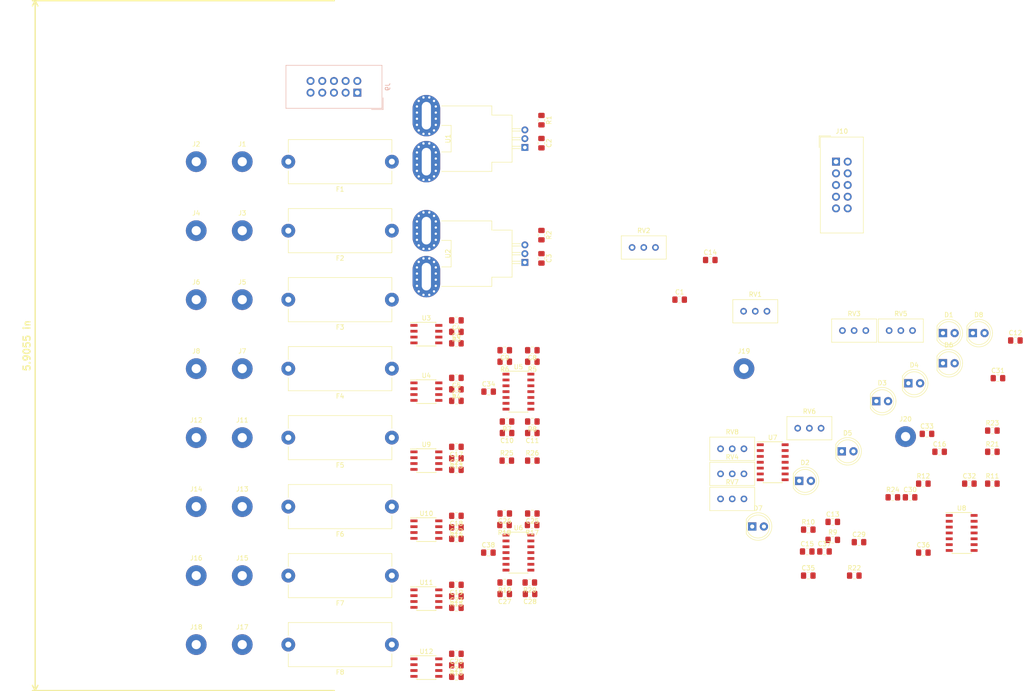
<source format=kicad_pcb>
(kicad_pcb (version 20171130) (host pcbnew 5.0.2+dfsg1-1)
  (layers (0 F.Cu signal) (31 B.Cu signal) (34 B.Paste user) (35 F.Paste user) (36 B.SilkS user) (37 F.SilkS user) (38 B.Mask user) (39 F.Mask user) (44 Edge.Cuts user))
  (net 0 "")
  (net 1 +5V)
  (net 2 GND)
  (net 3 "Net-(C6-Pad1)")
  (net 4 "Net-(C7-Pad1)")
  (net 5 "Net-(C8-Pad1)")
  (net 6 "Net-(C8-Pad2)")
  (net 7 "Net-(C9-Pad2)")
  (net 8 "Net-(C9-Pad1)")
  (net 9 "Net-(C10-Pad2)")
  (net 10 "Net-(C10-Pad1)")
  (net 11 "Net-(C11-Pad2)")
  (net 12 "Net-(C11-Pad1)")
  (net 13 "Net-(C13-Pad2)")
  (net 14 "Net-(C14-Pad2)")
  (net 15 "Net-(C15-Pad2)")
  (net 16 "Net-(C16-Pad2)")
  (net 17 "Net-(C21-Pad1)")
  (net 18 "Net-(C22-Pad1)")
  (net 19 "Net-(C23-Pad1)")
  (net 20 "Net-(C24-Pad1)")
  (net 21 "Net-(C25-Pad2)")
  (net 22 "Net-(C25-Pad1)")
  (net 23 "Net-(C26-Pad1)")
  (net 24 "Net-(C26-Pad2)")
  (net 25 "Net-(C27-Pad2)")
  (net 26 "Net-(C27-Pad1)")
  (net 27 "Net-(C28-Pad2)")
  (net 28 "Net-(C28-Pad1)")
  (net 29 "Net-(C29-Pad2)")
  (net 30 "Net-(C30-Pad2)")
  (net 31 "Net-(C31-Pad2)")
  (net 32 "Net-(C32-Pad2)")
  (net 33 /Vcc\2)
  (net 34 /Curr_1)
  (net 35 /Curr_2)
  (net 36 /Curr_3)
  (net 37 /Curr_4)
  (net 38 /Curr_5)
  (net 39 /Curr_6)
  (net 40 /Curr_7)
  (net 41 /Curr_8)
  (net 42 "Net-(F1-Pad1)")
  (net 43 "Net-(F1-Pad2)")
  (net 44 "Net-(F2-Pad1)")
  (net 45 "Net-(F2-Pad2)")
  (net 46 /Volt_1)
  (net 47 /Volt_2)
  (net 48 "Net-(F3-Pad2)")
  (net 49 /Volt_3)
  (net 50 "Net-(F4-Pad2)")
  (net 51 /Volt_4)
  (net 52 /Volt_8)
  (net 53 /Volt_7)
  (net 54 /Volt_6)
  (net 55 /Volt_5)
  (net 56 "Net-(F5-Pad2)")
  (net 57 "Net-(F6-Pad2)")
  (net 58 "Net-(F7-Pad2)")
  (net 59 "Net-(F8-Pad2)")
  (net 60 "Net-(R1-Pad2)")
  (net 61 "Net-(R2-Pad2)")
  (net 62 "Net-(R3-Pad2)")
  (net 63 "Net-(R4-Pad2)")
  (net 64 "Net-(R13-Pad2)")
  (net 65 "Net-(R14-Pad2)")
  (net 66 "Net-(R15-Pad2)")
  (net 67 "Net-(R16-Pad2)")
  (net 68 "Net-(F3-Pad1)")
  (net 69 "Net-(F4-Pad1)")
  (net 70 "Net-(F5-Pad1)")
  (net 71 "Net-(F6-Pad1)")
  (net 72 "Net-(F7-Pad1)")
  (net 73 "Net-(F8-Pad1)")
  (module Capacitor_SMD:C_0805_2012Metric_Pad1.15x1.40mm_HandSolder (layer F.Cu) (at 105.025 95)
    (fp_text reference C1 (at 0 -1.65) (layer F.SilkS))
    (fp_text value 0,1)
    (pad 1 smd roundrect (at -1.025 0) (size 1.15 1.4) (layers F.Cu F.Paste F.Mask) (roundrect_rratio 0.217391) (net 1 +5V))
    (pad 2 smd roundrect (at 1.025 0) (size 1.15 1.4) (layers F.Cu F.Paste F.Mask) (roundrect_rratio 0.217391) (net 2 GND))
  )
  (module Capacitor_SMD:C_0805_2012Metric_Pad1.15x1.40mm_HandSolder (layer F.Cu) (at 75 60.975 270)
    (fp_text reference C2 (at 0 -1.65 270) (layer F.SilkS))
    (fp_text value 0,1)
    (pad 1 smd roundrect (at -1.025 0 270) (size 1.15 1.4) (layers F.Cu F.Paste F.Mask) (roundrect_rratio 0.217391) (net 2 GND))
    (pad 2 smd roundrect (at 1.025 0 270) (size 1.15 1.4) (layers F.Cu F.Paste F.Mask) (roundrect_rratio 0.217391) (net 1 +5V))
  )
  (module Capacitor_SMD:C_0805_2012Metric_Pad1.15x1.40mm_HandSolder (layer F.Cu) (at 75 86.025 270)
    (fp_text reference C3 (at 0 -1.65 270) (layer F.SilkS))
    (fp_text value 0,1)
    (pad 1 smd roundrect (at -1.025 0 270) (size 1.15 1.4) (layers F.Cu F.Paste F.Mask) (roundrect_rratio 0.217391) (net 2 GND))
    (pad 2 smd roundrect (at 1.025 0 270) (size 1.15 1.4) (layers F.Cu F.Paste F.Mask) (roundrect_rratio 0.217391) (net 1 +5V))
  )
  (module Capacitor_SMD:C_0805_2012Metric_Pad1.15x1.40mm_HandSolder (layer F.Cu) (at 56.525 99.5 180)
    (fp_text reference C4 (at 0 -1.65 180) (layer F.SilkS))
    (fp_text value 0,1)
    (pad 2 smd roundrect (at 1.025 0 180) (size 1.15 1.4) (layers F.Cu F.Paste F.Mask) (roundrect_rratio 0.217391) (net 1 +5V))
    (pad 1 smd roundrect (at -1.025 0 180) (size 1.15 1.4) (layers F.Cu F.Paste F.Mask) (roundrect_rratio 0.217391) (net 2 GND))
  )
  (module Capacitor_SMD:C_0805_2012Metric_Pad1.15x1.40mm_HandSolder (layer F.Cu) (at 56.525 112 180)
    (fp_text reference C5 (at 0 -1.65 180) (layer F.SilkS))
    (fp_text value 0,1)
    (pad 1 smd roundrect (at -1.025 0 180) (size 1.15 1.4) (layers F.Cu F.Paste F.Mask) (roundrect_rratio 0.217391) (net 2 GND))
    (pad 2 smd roundrect (at 1.025 0 180) (size 1.15 1.4) (layers F.Cu F.Paste F.Mask) (roundrect_rratio 0.217391) (net 1 +5V))
  )
  (module Capacitor_SMD:C_0805_2012Metric_Pad1.15x1.40mm_HandSolder (layer F.Cu) (at 56.525 104.5)
    (fp_text reference C6 (at 0 -1.65) (layer F.SilkS))
    (fp_text value C)
    (pad 1 smd roundrect (at -1.025 0) (size 1.15 1.4) (layers F.Cu F.Paste F.Mask) (roundrect_rratio 0.217391) (net 3 "Net-(C6-Pad1)"))
    (pad 2 smd roundrect (at 1.025 0) (size 1.15 1.4) (layers F.Cu F.Paste F.Mask) (roundrect_rratio 0.217391) (net 2 GND))
  )
  (module Capacitor_SMD:C_0805_2012Metric_Pad1.15x1.40mm_HandSolder (layer F.Cu) (at 56.525 117)
    (fp_text reference C7 (at 0 -1.65) (layer F.SilkS))
    (fp_text value C)
    (pad 2 smd roundrect (at 1.025 0) (size 1.15 1.4) (layers F.Cu F.Paste F.Mask) (roundrect_rratio 0.217391) (net 2 GND))
    (pad 1 smd roundrect (at -1.025 0) (size 1.15 1.4) (layers F.Cu F.Paste F.Mask) (roundrect_rratio 0.217391) (net 4 "Net-(C7-Pad1)"))
  )
  (module Capacitor_SMD:C_0805_2012Metric_Pad1.15x1.40mm_HandSolder (layer F.Cu) (at 73.025 106 180)
    (fp_text reference C8 (at 0 -1.65 180) (layer F.SilkS))
    (fp_text value C*)
    (pad 1 smd roundrect (at -1.025 0 180) (size 1.15 1.4) (layers F.Cu F.Paste F.Mask) (roundrect_rratio 0.217391) (net 5 "Net-(C8-Pad1)"))
    (pad 2 smd roundrect (at 1.025 0 180) (size 1.15 1.4) (layers F.Cu F.Paste F.Mask) (roundrect_rratio 0.217391) (net 6 "Net-(C8-Pad2)"))
  )
  (module Capacitor_SMD:C_0805_2012Metric_Pad1.15x1.40mm_HandSolder (layer F.Cu) (at 67.025 106 180)
    (fp_text reference C9 (at 0 -1.65 180) (layer F.SilkS))
    (fp_text value C*)
    (pad 2 smd roundrect (at 1.025 0 180) (size 1.15 1.4) (layers F.Cu F.Paste F.Mask) (roundrect_rratio 0.217391) (net 7 "Net-(C9-Pad2)"))
    (pad 1 smd roundrect (at -1.025 0 180) (size 1.15 1.4) (layers F.Cu F.Paste F.Mask) (roundrect_rratio 0.217391) (net 8 "Net-(C9-Pad1)"))
  )
  (module Capacitor_SMD:C_0805_2012Metric_Pad1.15x1.40mm_HandSolder (layer F.Cu) (at 67.525 124 180)
    (fp_text reference C10 (at 0 -1.65 180) (layer F.SilkS))
    (fp_text value C*)
    (pad 2 smd roundrect (at 1.025 0 180) (size 1.15 1.4) (layers F.Cu F.Paste F.Mask) (roundrect_rratio 0.217391) (net 9 "Net-(C10-Pad2)"))
    (pad 1 smd roundrect (at -1.025 0 180) (size 1.15 1.4) (layers F.Cu F.Paste F.Mask) (roundrect_rratio 0.217391) (net 10 "Net-(C10-Pad1)"))
  )
  (module Capacitor_SMD:C_0805_2012Metric_Pad1.15x1.40mm_HandSolder (layer F.Cu) (at 73.025 124 180)
    (fp_text reference C11 (at 0 -1.65 180) (layer F.SilkS))
    (fp_text value C*)
    (pad 2 smd roundrect (at 1.025 0 180) (size 1.15 1.4) (layers F.Cu F.Paste F.Mask) (roundrect_rratio 0.217391) (net 11 "Net-(C11-Pad2)"))
    (pad 1 smd roundrect (at -1.025 0 180) (size 1.15 1.4) (layers F.Cu F.Paste F.Mask) (roundrect_rratio 0.217391) (net 12 "Net-(C11-Pad1)"))
  )
  (module Capacitor_SMD:C_0805_2012Metric_Pad1.15x1.40mm_HandSolder (layer F.Cu) (at 177.975 103.875001)
    (fp_text reference C12 (at 0 -1.65) (layer F.SilkS))
    (fp_text value 0,1)
    (pad 2 smd roundrect (at 1.025 0) (size 1.15 1.4) (layers F.Cu F.Paste F.Mask) (roundrect_rratio 0.217391) (net 2 GND))
    (pad 1 smd roundrect (at -1.025 0) (size 1.15 1.4) (layers F.Cu F.Paste F.Mask) (roundrect_rratio 0.217391) (net 1 +5V))
  )
  (module Capacitor_SMD:C_0805_2012Metric_Pad1.15x1.40mm_HandSolder (layer F.Cu) (at 138.295001 143.325001)
    (fp_text reference C13 (at 0 -1.65) (layer F.SilkS))
    (fp_text value 0,1)
    (pad 2 smd roundrect (at 1.025 0) (size 1.15 1.4) (layers F.Cu F.Paste F.Mask) (roundrect_rratio 0.217391) (net 13 "Net-(C13-Pad2)"))
    (pad 1 smd roundrect (at -1.025 0) (size 1.15 1.4) (layers F.Cu F.Paste F.Mask) (roundrect_rratio 0.217391) (net 2 GND))
  )
  (module Capacitor_SMD:C_0805_2012Metric_Pad1.15x1.40mm_HandSolder (layer F.Cu) (at 111.685001 86.375001)
    (fp_text reference C14 (at 0 -1.65) (layer F.SilkS))
    (fp_text value 0,1)
    (pad 1 smd roundrect (at -1.025 0) (size 1.15 1.4) (layers F.Cu F.Paste F.Mask) (roundrect_rratio 0.217391) (net 2 GND))
    (pad 2 smd roundrect (at 1.025 0) (size 1.15 1.4) (layers F.Cu F.Paste F.Mask) (roundrect_rratio 0.217391) (net 14 "Net-(C14-Pad2)"))
  )
  (module Capacitor_SMD:C_0805_2012Metric_Pad1.15x1.40mm_HandSolder (layer F.Cu) (at 132.745001 149.755001)
    (fp_text reference C15 (at 0 -1.65) (layer F.SilkS))
    (fp_text value 0,1)
    (pad 1 smd roundrect (at -1.025 0) (size 1.15 1.4) (layers F.Cu F.Paste F.Mask) (roundrect_rratio 0.217391) (net 2 GND))
    (pad 2 smd roundrect (at 1.025 0) (size 1.15 1.4) (layers F.Cu F.Paste F.Mask) (roundrect_rratio 0.217391) (net 15 "Net-(C15-Pad2)"))
  )
  (module Capacitor_SMD:C_0805_2012Metric_Pad1.15x1.40mm_HandSolder (layer F.Cu) (at 161.505001 128.075001)
    (fp_text reference C16 (at 0 -1.65) (layer F.SilkS))
    (fp_text value 0,1)
    (pad 1 smd roundrect (at -1.025 0) (size 1.15 1.4) (layers F.Cu F.Paste F.Mask) (roundrect_rratio 0.217391) (net 2 GND))
    (pad 2 smd roundrect (at 1.025 0) (size 1.15 1.4) (layers F.Cu F.Paste F.Mask) (roundrect_rratio 0.217391) (net 16 "Net-(C16-Pad2)"))
  )
  (module Capacitor_SMD:C_0805_2012Metric_Pad1.15x1.40mm_HandSolder (layer F.Cu) (at 56.525 127 180)
    (fp_text reference C17 (at 0 -1.65 180) (layer F.SilkS))
    (fp_text value 0,1)
    (pad 1 smd roundrect (at -1.025 0 180) (size 1.15 1.4) (layers F.Cu F.Paste F.Mask) (roundrect_rratio 0.217391) (net 2 GND))
    (pad 2 smd roundrect (at 1.025 0 180) (size 1.15 1.4) (layers F.Cu F.Paste F.Mask) (roundrect_rratio 0.217391) (net 1 +5V))
  )
  (module Capacitor_SMD:C_0805_2012Metric_Pad1.15x1.40mm_HandSolder (layer F.Cu) (at 56.525 142 180)
    (fp_text reference C18 (at 0 -1.65 180) (layer F.SilkS))
    (fp_text value 0,1)
    (pad 2 smd roundrect (at 1.025 0 180) (size 1.15 1.4) (layers F.Cu F.Paste F.Mask) (roundrect_rratio 0.217391) (net 1 +5V))
    (pad 1 smd roundrect (at -1.025 0 180) (size 1.15 1.4) (layers F.Cu F.Paste F.Mask) (roundrect_rratio 0.217391) (net 2 GND))
  )
  (module Capacitor_SMD:C_0805_2012Metric_Pad1.15x1.40mm_HandSolder (layer F.Cu) (at 56.525 157 180)
    (fp_text reference C19 (at 0 -1.65 180) (layer F.SilkS))
    (fp_text value 0,1)
    (pad 2 smd roundrect (at 1.025 0 180) (size 1.15 1.4) (layers F.Cu F.Paste F.Mask) (roundrect_rratio 0.217391) (net 1 +5V))
    (pad 1 smd roundrect (at -1.025 0 180) (size 1.15 1.4) (layers F.Cu F.Paste F.Mask) (roundrect_rratio 0.217391) (net 2 GND))
  )
  (module Capacitor_SMD:C_0805_2012Metric_Pad1.15x1.40mm_HandSolder (layer F.Cu) (at 56.525 172 180)
    (fp_text reference C20 (at 0 -1.65 180) (layer F.SilkS))
    (fp_text value 0,1)
    (pad 1 smd roundrect (at -1.025 0 180) (size 1.15 1.4) (layers F.Cu F.Paste F.Mask) (roundrect_rratio 0.217391) (net 2 GND))
    (pad 2 smd roundrect (at 1.025 0 180) (size 1.15 1.4) (layers F.Cu F.Paste F.Mask) (roundrect_rratio 0.217391) (net 1 +5V))
  )
  (module Capacitor_SMD:C_0805_2012Metric_Pad1.15x1.40mm_HandSolder (layer F.Cu) (at 56.525 132)
    (fp_text reference C21 (at 0 -1.65) (layer F.SilkS))
    (fp_text value C)
    (pad 1 smd roundrect (at -1.025 0) (size 1.15 1.4) (layers F.Cu F.Paste F.Mask) (roundrect_rratio 0.217391) (net 17 "Net-(C21-Pad1)"))
    (pad 2 smd roundrect (at 1.025 0) (size 1.15 1.4) (layers F.Cu F.Paste F.Mask) (roundrect_rratio 0.217391) (net 2 GND))
  )
  (module Capacitor_SMD:C_0805_2012Metric_Pad1.15x1.40mm_HandSolder (layer F.Cu) (at 56.525 147)
    (fp_text reference C22 (at 0 -1.65) (layer F.SilkS))
    (fp_text value C)
    (pad 1 smd roundrect (at -1.025 0) (size 1.15 1.4) (layers F.Cu F.Paste F.Mask) (roundrect_rratio 0.217391) (net 18 "Net-(C22-Pad1)"))
    (pad 2 smd roundrect (at 1.025 0) (size 1.15 1.4) (layers F.Cu F.Paste F.Mask) (roundrect_rratio 0.217391) (net 2 GND))
  )
  (module Capacitor_SMD:C_0805_2012Metric_Pad1.15x1.40mm_HandSolder (layer F.Cu) (at 56.525 162)
    (fp_text reference C23 (at 0 -1.65) (layer F.SilkS))
    (fp_text value C)
    (pad 1 smd roundrect (at -1.025 0) (size 1.15 1.4) (layers F.Cu F.Paste F.Mask) (roundrect_rratio 0.217391) (net 19 "Net-(C23-Pad1)"))
    (pad 2 smd roundrect (at 1.025 0) (size 1.15 1.4) (layers F.Cu F.Paste F.Mask) (roundrect_rratio 0.217391) (net 2 GND))
  )
  (module Capacitor_SMD:C_0805_2012Metric_Pad1.15x1.40mm_HandSolder (layer F.Cu) (at 56.525 177)
    (fp_text reference C24 (at 0 -1.65) (layer F.SilkS))
    (fp_text value C)
    (pad 1 smd roundrect (at -1.025 0) (size 1.15 1.4) (layers F.Cu F.Paste F.Mask) (roundrect_rratio 0.217391) (net 20 "Net-(C24-Pad1)"))
    (pad 2 smd roundrect (at 1.025 0) (size 1.15 1.4) (layers F.Cu F.Paste F.Mask) (roundrect_rratio 0.217391) (net 2 GND))
  )
  (module Capacitor_SMD:C_0805_2012Metric_Pad1.15x1.40mm_HandSolder (layer F.Cu) (at 73.025 141.5 180)
    (fp_text reference C25 (at 0 -1.65 180) (layer F.SilkS))
    (fp_text value C*)
    (pad 2 smd roundrect (at 1.025 0 180) (size 1.15 1.4) (layers F.Cu F.Paste F.Mask) (roundrect_rratio 0.217391) (net 21 "Net-(C25-Pad2)"))
    (pad 1 smd roundrect (at -1.025 0 180) (size 1.15 1.4) (layers F.Cu F.Paste F.Mask) (roundrect_rratio 0.217391) (net 22 "Net-(C25-Pad1)"))
  )
  (module Capacitor_SMD:C_0805_2012Metric_Pad1.15x1.40mm_HandSolder (layer F.Cu) (at 67.025 141.5 180)
    (fp_text reference C26 (at 0 -1.65 180) (layer F.SilkS))
    (fp_text value C*)
    (pad 1 smd roundrect (at -1.025 0 180) (size 1.15 1.4) (layers F.Cu F.Paste F.Mask) (roundrect_rratio 0.217391) (net 23 "Net-(C26-Pad1)"))
    (pad 2 smd roundrect (at 1.025 0 180) (size 1.15 1.4) (layers F.Cu F.Paste F.Mask) (roundrect_rratio 0.217391) (net 24 "Net-(C26-Pad2)"))
  )
  (module Capacitor_SMD:C_0805_2012Metric_Pad1.15x1.40mm_HandSolder (layer F.Cu) (at 67.025 159 180)
    (fp_text reference C27 (at 0 -1.65 180) (layer F.SilkS))
    (fp_text value C*)
    (pad 2 smd roundrect (at 1.025 0 180) (size 1.15 1.4) (layers F.Cu F.Paste F.Mask) (roundrect_rratio 0.217391) (net 25 "Net-(C27-Pad2)"))
    (pad 1 smd roundrect (at -1.025 0 180) (size 1.15 1.4) (layers F.Cu F.Paste F.Mask) (roundrect_rratio 0.217391) (net 26 "Net-(C27-Pad1)"))
  )
  (module Capacitor_SMD:C_0805_2012Metric_Pad1.15x1.40mm_HandSolder (layer F.Cu) (at 72.525 159 180)
    (fp_text reference C28 (at 0 -1.65 180) (layer F.SilkS))
    (fp_text value C*)
    (pad 2 smd roundrect (at 1.025 0 180) (size 1.15 1.4) (layers F.Cu F.Paste F.Mask) (roundrect_rratio 0.217391) (net 27 "Net-(C28-Pad2)"))
    (pad 1 smd roundrect (at -1.025 0 180) (size 1.15 1.4) (layers F.Cu F.Paste F.Mask) (roundrect_rratio 0.217391) (net 28 "Net-(C28-Pad1)"))
  )
  (module Capacitor_SMD:C_0805_2012Metric_Pad1.15x1.40mm_HandSolder (layer F.Cu) (at 143.995001 147.725001)
    (fp_text reference C29 (at 0 -1.65) (layer F.SilkS))
    (fp_text value 0,1)
    (pad 2 smd roundrect (at 1.025 0) (size 1.15 1.4) (layers F.Cu F.Paste F.Mask) (roundrect_rratio 0.217391) (net 29 "Net-(C29-Pad2)"))
    (pad 1 smd roundrect (at -1.025 0) (size 1.15 1.4) (layers F.Cu F.Paste F.Mask) (roundrect_rratio 0.217391) (net 2 GND))
  )
  (module Capacitor_SMD:C_0805_2012Metric_Pad1.15x1.40mm_HandSolder (layer F.Cu) (at 155.095001 137.975001)
    (fp_text reference C30 (at 0 -1.65) (layer F.SilkS))
    (fp_text value 0,1)
    (pad 2 smd roundrect (at 1.025 0) (size 1.15 1.4) (layers F.Cu F.Paste F.Mask) (roundrect_rratio 0.217391) (net 30 "Net-(C30-Pad2)"))
    (pad 1 smd roundrect (at -1.025 0) (size 1.15 1.4) (layers F.Cu F.Paste F.Mask) (roundrect_rratio 0.217391) (net 2 GND))
  )
  (module Capacitor_SMD:C_0805_2012Metric_Pad1.15x1.40mm_HandSolder (layer F.Cu) (at 174.185001 112.075001)
    (fp_text reference C31 (at 0 -1.65) (layer F.SilkS))
    (fp_text value 0,1)
    (pad 2 smd roundrect (at 1.025 0) (size 1.15 1.4) (layers F.Cu F.Paste F.Mask) (roundrect_rratio 0.217391) (net 31 "Net-(C31-Pad2)"))
    (pad 1 smd roundrect (at -1.025 0) (size 1.15 1.4) (layers F.Cu F.Paste F.Mask) (roundrect_rratio 0.217391) (net 2 GND))
  )
  (module Capacitor_SMD:C_0805_2012Metric_Pad1.15x1.40mm_HandSolder (layer F.Cu) (at 167.975 135)
    (fp_text reference C32 (at 0 -1.65) (layer F.SilkS))
    (fp_text value 0,1)
    (pad 2 smd roundrect (at 1.025 0) (size 1.15 1.4) (layers F.Cu F.Paste F.Mask) (roundrect_rratio 0.217391) (net 32 "Net-(C32-Pad2)"))
    (pad 1 smd roundrect (at -1.025 0) (size 1.15 1.4) (layers F.Cu F.Paste F.Mask) (roundrect_rratio 0.217391) (net 2 GND))
  )
  (module Capacitor_SMD:C_0805_2012Metric_Pad1.15x1.40mm_HandSolder (layer F.Cu) (at 158.765001 124.175001)
    (fp_text reference C33 (at 0 -1.65) (layer F.SilkS))
    (fp_text value 0,1)
    (pad 1 smd roundrect (at -1.025 0) (size 1.15 1.4) (layers F.Cu F.Paste F.Mask) (roundrect_rratio 0.217391) (net 2 GND))
    (pad 2 smd roundrect (at 1.025 0) (size 1.15 1.4) (layers F.Cu F.Paste F.Mask) (roundrect_rratio 0.217391) (net 1 +5V))
  )
  (module Capacitor_SMD:C_0805_2012Metric_Pad1.15x1.40mm_HandSolder (layer F.Cu) (at 63.525 115)
    (fp_text reference C34 (at 0 -1.65) (layer F.SilkS))
    (fp_text value 0,1)
    (pad 2 smd roundrect (at 1.025 0) (size 1.15 1.4) (layers F.Cu F.Paste F.Mask) (roundrect_rratio 0.217391) (net 1 +5V))
    (pad 1 smd roundrect (at -1.025 0) (size 1.15 1.4) (layers F.Cu F.Paste F.Mask) (roundrect_rratio 0.217391) (net 2 GND))
  )
  (module Capacitor_SMD:C_0805_2012Metric_Pad1.15x1.40mm_HandSolder (layer F.Cu) (at 132.975 155)
    (fp_text reference C35 (at 0 -1.65) (layer F.SilkS))
    (fp_text value 0,1)
    (pad 2 smd roundrect (at 1.025 0) (size 1.15 1.4) (layers F.Cu F.Paste F.Mask) (roundrect_rratio 0.217391) (net 1 +5V))
    (pad 1 smd roundrect (at -1.025 0) (size 1.15 1.4) (layers F.Cu F.Paste F.Mask) (roundrect_rratio 0.217391) (net 2 GND))
  )
  (module Capacitor_SMD:C_0805_2012Metric_Pad1.15x1.40mm_HandSolder (layer F.Cu) (at 157.975 150)
    (fp_text reference C36 (at 0 -1.65) (layer F.SilkS))
    (fp_text value 0,1)
    (pad 1 smd roundrect (at -1.025 0) (size 1.15 1.4) (layers F.Cu F.Paste F.Mask) (roundrect_rratio 0.217391) (net 2 GND))
    (pad 2 smd roundrect (at 1.025 0) (size 1.15 1.4) (layers F.Cu F.Paste F.Mask) (roundrect_rratio 0.217391) (net 33 /Vcc\2))
  )
  (module Capacitor_SMD:C_0805_2012Metric_Pad1.15x1.40mm_HandSolder (layer F.Cu) (at 136.495001 149.755001)
    (fp_text reference C37 (at 0 -1.65) (layer F.SilkS))
    (fp_text value 0,1)
    (pad 1 smd roundrect (at -1.025 0) (size 1.15 1.4) (layers F.Cu F.Paste F.Mask) (roundrect_rratio 0.217391) (net 2 GND))
    (pad 2 smd roundrect (at 1.025 0) (size 1.15 1.4) (layers F.Cu F.Paste F.Mask) (roundrect_rratio 0.217391) (net 1 +5V))
  )
  (module Capacitor_SMD:C_0805_2012Metric_Pad1.15x1.40mm_HandSolder (layer F.Cu) (at 63.475 150)
    (fp_text reference C38 (at 0 -1.65) (layer F.SilkS))
    (fp_text value 0,1)
    (pad 2 smd roundrect (at 1.025 0) (size 1.15 1.4) (layers F.Cu F.Paste F.Mask) (roundrect_rratio 0.217391) (net 1 +5V))
    (pad 1 smd roundrect (at -1.025 0) (size 1.15 1.4) (layers F.Cu F.Paste F.Mask) (roundrect_rratio 0.217391) (net 2 GND))
  )
  (module LED_THT:LED_D5.0mm (layer F.Cu) (at 162.235001 102.275001)
    (fp_text reference D1 (at 1.27 -3.96) (layer F.SilkS))
    (fp_text value LED)
    (pad 2 thru_hole circle (at 2.54 0) (size 1.8 1.8) (drill 0.9) (layers *.Cu *.Mask) (net 34 /Curr_1))
    (pad 1 thru_hole rect (at 0 0) (size 1.8 1.8) (drill 0.9) (layers *.Cu *.Mask) (net 2 GND))
  )
  (module LED_THT:LED_D5.0mm (layer F.Cu) (at 131.005001 134.405001)
    (fp_text reference D2 (at 1.27 -3.96) (layer F.SilkS))
    (fp_text value LED)
    (pad 1 thru_hole rect (at 0 0) (size 1.8 1.8) (drill 0.9) (layers *.Cu *.Mask) (net 2 GND))
    (pad 2 thru_hole circle (at 2.54 0) (size 1.8 1.8) (drill 0.9) (layers *.Cu *.Mask) (net 35 /Curr_2))
  )
  (module LED_THT:LED_D5.0mm (layer F.Cu) (at 147.765001 117.075001)
    (fp_text reference D3 (at 1.27 -3.96) (layer F.SilkS))
    (fp_text value LED)
    (pad 1 thru_hole rect (at 0 0) (size 1.8 1.8) (drill 0.9) (layers *.Cu *.Mask) (net 2 GND))
    (pad 2 thru_hole circle (at 2.54 0) (size 1.8 1.8) (drill 0.9) (layers *.Cu *.Mask) (net 36 /Curr_3))
  )
  (module LED_THT:LED_D5.0mm (layer F.Cu) (at 154.725001 113.175001)
    (fp_text reference D4 (at 1.27 -3.96) (layer F.SilkS))
    (fp_text value LED)
    (pad 1 thru_hole rect (at 0 0) (size 1.8 1.8) (drill 0.9) (layers *.Cu *.Mask) (net 2 GND))
    (pad 2 thru_hole circle (at 2.54 0) (size 1.8 1.8) (drill 0.9) (layers *.Cu *.Mask) (net 37 /Curr_4))
  )
  (module LED_THT:LED_D5.0mm (layer F.Cu) (at 140.255001 127.975001)
    (fp_text reference D5 (at 1.27 -3.96) (layer F.SilkS))
    (fp_text value LED)
    (pad 2 thru_hole circle (at 2.54 0) (size 1.8 1.8) (drill 0.9) (layers *.Cu *.Mask) (net 38 /Curr_5))
    (pad 1 thru_hole rect (at 0 0) (size 1.8 1.8) (drill 0.9) (layers *.Cu *.Mask) (net 2 GND))
  )
  (module LED_THT:LED_D5.0mm (layer F.Cu) (at 162.235001 108.825001)
    (fp_text reference D6 (at 1.27 -3.96) (layer F.SilkS))
    (fp_text value LED)
    (pad 1 thru_hole rect (at 0 0) (size 1.8 1.8) (drill 0.9) (layers *.Cu *.Mask) (net 2 GND))
    (pad 2 thru_hole circle (at 2.54 0) (size 1.8 1.8) (drill 0.9) (layers *.Cu *.Mask) (net 39 /Curr_6))
  )
  (module LED_THT:LED_D5.0mm (layer F.Cu) (at 120.795001 144.325001)
    (fp_text reference D7 (at 1.27 -3.96) (layer F.SilkS))
    (fp_text value LED)
    (pad 2 thru_hole circle (at 2.54 0) (size 1.8 1.8) (drill 0.9) (layers *.Cu *.Mask) (net 40 /Curr_7))
    (pad 1 thru_hole rect (at 0 0) (size 1.8 1.8) (drill 0.9) (layers *.Cu *.Mask) (net 2 GND))
  )
  (module LED_THT:LED_D5.0mm (layer F.Cu) (at 168.735001 102.275001)
    (fp_text reference D8 (at 1.27 -3.96) (layer F.SilkS))
    (fp_text value LED)
    (pad 2 thru_hole circle (at 2.54 0) (size 1.8 1.8) (drill 0.9) (layers *.Cu *.Mask) (net 41 /Curr_8))
    (pad 1 thru_hole rect (at 0 0) (size 1.8 1.8) (drill 0.9) (layers *.Cu *.Mask) (net 2 GND))
  )
  (module Fuse:Fuseholder_Cylinder-5x20mm_Schurter_0031_8201_Horizontal_Open (layer F.Cu) (at 42.5 65 180)
    (fp_text reference F1 (at 11.25 -6 180) (layer F.SilkS))
    (fp_text value Fuse)
    (pad 1 thru_hole circle (at 0 0 180) (size 3 3) (drill 1.3) (layers *.Cu *.Mask) (net 42 "Net-(F1-Pad1)"))
    (pad 2 thru_hole circle (at 22.5 0 180) (size 3 3) (drill 1.3) (layers *.Cu *.Mask) (net 43 "Net-(F1-Pad2)"))
    (pad "" np_thru_hole circle (at 11.25 0 180) (size 2.7 2.7) (drill 2.7) (layers *.Cu *.Mask))
  )
  (module Connector_Wire:SolderWirePad_1x01_Drill2mm (layer F.Cu) (at 10 65)
    (fp_text reference J1 (at 0 -3.81) (layer F.SilkS))
    (fp_text value Conn_01x01)
    (pad 1 thru_hole circle (at 0 0) (size 4.50088 4.50088) (drill 1.99898) (layers *.Cu *.Mask) (net 43 "Net-(F1-Pad2)"))
  )
  (module Connector_Wire:SolderWirePad_1x01_Drill2mm (layer F.Cu) (at 0 65)
    (fp_text reference J2 (at 0 -3.81) (layer F.SilkS))
    (fp_text value Conn_01x01)
    (pad 1 thru_hole circle (at 0 0) (size 4.50088 4.50088) (drill 1.99898) (layers *.Cu *.Mask) (net 46 /Volt_1))
  )
  (module Connector_Wire:SolderWirePad_1x01_Drill2mm (layer F.Cu) (at 10 80)
    (fp_text reference J3 (at 0 -3.81) (layer F.SilkS))
    (fp_text value Conn_01x01)
    (pad 1 thru_hole circle (at 0 0) (size 4.50088 4.50088) (drill 1.99898) (layers *.Cu *.Mask) (net 45 "Net-(F2-Pad2)"))
  )
  (module Connector_Wire:SolderWirePad_1x01_Drill2mm (layer F.Cu) (at 0 80)
    (fp_text reference J4 (at 0 -3.81) (layer F.SilkS))
    (fp_text value Conn_01x01)
    (pad 1 thru_hole circle (at 0 0) (size 4.50088 4.50088) (drill 1.99898) (layers *.Cu *.Mask) (net 47 /Volt_2))
  )
  (module Connector_Wire:SolderWirePad_1x01_Drill2mm (layer F.Cu) (at 10 95)
    (fp_text reference J5 (at 0 -3.81) (layer F.SilkS))
    (fp_text value Conn_01x01)
    (pad 1 thru_hole circle (at 0 0) (size 4.50088 4.50088) (drill 1.99898) (layers *.Cu *.Mask) (net 48 "Net-(F3-Pad2)"))
  )
  (module Connector_Wire:SolderWirePad_1x01_Drill2mm (layer F.Cu) (at 0 95)
    (fp_text reference J6 (at 0 -3.81) (layer F.SilkS))
    (fp_text value Conn_01x01)
    (pad 1 thru_hole circle (at 0 0) (size 4.50088 4.50088) (drill 1.99898) (layers *.Cu *.Mask) (net 49 /Volt_3))
  )
  (module Connector_Wire:SolderWirePad_1x01_Drill2mm (layer F.Cu) (at 10 110)
    (fp_text reference J7 (at 0 -3.81) (layer F.SilkS))
    (fp_text value Conn_01x01)
    (pad 1 thru_hole circle (at 0 0) (size 4.50088 4.50088) (drill 1.99898) (layers *.Cu *.Mask) (net 50 "Net-(F4-Pad2)"))
  )
  (module Connector_Wire:SolderWirePad_1x01_Drill2mm (layer F.Cu) (at 0 110)
    (fp_text reference J8 (at 0 -3.81) (layer F.SilkS))
    (fp_text value Conn_01x01)
    (pad 1 thru_hole circle (at 0 0) (size 4.50088 4.50088) (drill 1.99898) (layers *.Cu *.Mask) (net 51 /Volt_4))
  )
  (module Connector_IDC:IDC-Header_2x05_P2.54mm_Vertical (layer B.Cu) (at 35 50 90)
    (fp_text reference J9 (at 1.27 6.604 90) (layer B.SilkS) (effects (justify mirror)))
    (fp_text value Conn_02x05_Odd_Even)
    (pad 1 thru_hole rect (at 0 0 90) (size 1.7272 1.7272) (drill 1.016) (layers *.Cu *.Mask) (net 2 GND))
    (pad 2 thru_hole oval (at 2.54 0 90) (size 1.7272 1.7272) (drill 1.016) (layers *.Cu *.Mask) (net 1 +5V))
    (pad 3 thru_hole oval (at 0 -2.54 90) (size 1.7272 1.7272) (drill 1.016) (layers *.Cu *.Mask) (net 46 /Volt_1))
    (pad 4 thru_hole oval (at 2.54 -2.54 90) (size 1.7272 1.7272) (drill 1.016) (layers *.Cu *.Mask) (net 52 /Volt_8))
    (pad 5 thru_hole oval (at 0 -5.08 90) (size 1.7272 1.7272) (drill 1.016) (layers *.Cu *.Mask) (net 47 /Volt_2))
    (pad 6 thru_hole oval (at 2.54 -5.08 90) (size 1.7272 1.7272) (drill 1.016) (layers *.Cu *.Mask) (net 53 /Volt_7))
    (pad 7 thru_hole oval (at 0 -7.62 90) (size 1.7272 1.7272) (drill 1.016) (layers *.Cu *.Mask) (net 49 /Volt_3))
    (pad 8 thru_hole oval (at 2.54 -7.62 90) (size 1.7272 1.7272) (drill 1.016) (layers *.Cu *.Mask) (net 54 /Volt_6))
    (pad 9 thru_hole oval (at 0 -10.16 90) (size 1.7272 1.7272) (drill 1.016) (layers *.Cu *.Mask) (net 51 /Volt_4))
    (pad 10 thru_hole oval (at 2.54 -10.16 90) (size 1.7272 1.7272) (drill 1.016) (layers *.Cu *.Mask) (net 55 /Volt_5))
  )
  (module Connector_IDC:IDC-Header_2x05_P2.54mm_Vertical (layer F.Cu) (at 139 65)
    (fp_text reference J10 (at 1.27 -6.604) (layer F.SilkS))
    (fp_text value Conn_02x05_Odd_Even)
    (pad 10 thru_hole oval (at 2.54 10.16) (size 1.7272 1.7272) (drill 1.016) (layers *.Cu *.Mask) (net 38 /Curr_5))
    (pad 9 thru_hole oval (at 0 10.16) (size 1.7272 1.7272) (drill 1.016) (layers *.Cu *.Mask) (net 37 /Curr_4))
    (pad 8 thru_hole oval (at 2.54 7.62) (size 1.7272 1.7272) (drill 1.016) (layers *.Cu *.Mask) (net 39 /Curr_6))
    (pad 7 thru_hole oval (at 0 7.62) (size 1.7272 1.7272) (drill 1.016) (layers *.Cu *.Mask) (net 36 /Curr_3))
    (pad 6 thru_hole oval (at 2.54 5.08) (size 1.7272 1.7272) (drill 1.016) (layers *.Cu *.Mask) (net 40 /Curr_7))
    (pad 5 thru_hole oval (at 0 5.08) (size 1.7272 1.7272) (drill 1.016) (layers *.Cu *.Mask) (net 35 /Curr_2))
    (pad 4 thru_hole oval (at 2.54 2.54) (size 1.7272 1.7272) (drill 1.016) (layers *.Cu *.Mask) (net 41 /Curr_8))
    (pad 3 thru_hole oval (at 0 2.54) (size 1.7272 1.7272) (drill 1.016) (layers *.Cu *.Mask) (net 34 /Curr_1))
    (pad 2 thru_hole oval (at 2.54 0) (size 1.7272 1.7272) (drill 1.016) (layers *.Cu *.Mask) (net 1 +5V))
    (pad 1 thru_hole rect (at 0 0) (size 1.7272 1.7272) (drill 1.016) (layers *.Cu *.Mask) (net 2 GND))
  )
  (module Connector_Wire:SolderWirePad_1x01_Drill2mm (layer F.Cu) (at 10 125)
    (fp_text reference J11 (at 0 -3.81) (layer F.SilkS))
    (fp_text value Conn_01x01)
    (pad 1 thru_hole circle (at 0 0) (size 4.50088 4.50088) (drill 1.99898) (layers *.Cu *.Mask) (net 56 "Net-(F5-Pad2)"))
  )
  (module Connector_Wire:SolderWirePad_1x01_Drill2mm (layer F.Cu) (at 0 125)
    (fp_text reference J12 (at 0 -3.81) (layer F.SilkS))
    (fp_text value Conn_01x01)
    (pad 1 thru_hole circle (at 0 0) (size 4.50088 4.50088) (drill 1.99898) (layers *.Cu *.Mask) (net 55 /Volt_5))
  )
  (module Connector_Wire:SolderWirePad_1x01_Drill2mm (layer F.Cu) (at 10 140)
    (fp_text reference J13 (at 0 -3.81) (layer F.SilkS))
    (fp_text value Conn_01x01)
    (pad 1 thru_hole circle (at 0 0) (size 4.50088 4.50088) (drill 1.99898) (layers *.Cu *.Mask) (net 57 "Net-(F6-Pad2)"))
  )
  (module Connector_Wire:SolderWirePad_1x01_Drill2mm (layer F.Cu) (at 0 140)
    (fp_text reference J14 (at 0 -3.81) (layer F.SilkS))
    (fp_text value Conn_01x01)
    (pad 1 thru_hole circle (at 0 0) (size 4.50088 4.50088) (drill 1.99898) (layers *.Cu *.Mask) (net 54 /Volt_6))
  )
  (module Connector_Wire:SolderWirePad_1x01_Drill2mm (layer F.Cu) (at 10 155)
    (fp_text reference J15 (at 0 -3.81) (layer F.SilkS))
    (fp_text value Conn_01x01)
    (pad 1 thru_hole circle (at 0 0) (size 4.50088 4.50088) (drill 1.99898) (layers *.Cu *.Mask) (net 58 "Net-(F7-Pad2)"))
  )
  (module Connector_Wire:SolderWirePad_1x01_Drill2mm (layer F.Cu) (at 0 155)
    (fp_text reference J16 (at 0 -3.81) (layer F.SilkS))
    (fp_text value Conn_01x01)
    (pad 1 thru_hole circle (at 0 0) (size 4.50088 4.50088) (drill 1.99898) (layers *.Cu *.Mask) (net 53 /Volt_7))
  )
  (module Connector_Wire:SolderWirePad_1x01_Drill2mm (layer F.Cu) (at 10 170)
    (fp_text reference J17 (at 0 -3.81) (layer F.SilkS))
    (fp_text value Conn_01x01)
    (pad 1 thru_hole circle (at 0 0) (size 4.50088 4.50088) (drill 1.99898) (layers *.Cu *.Mask) (net 59 "Net-(F8-Pad2)"))
  )
  (module Connector_Wire:SolderWirePad_1x01_Drill2mm (layer F.Cu) (at 0 170)
    (fp_text reference J18 (at 0 -3.81) (layer F.SilkS))
    (fp_text value Conn_01x01)
    (pad 1 thru_hole circle (at 0 0) (size 4.50088 4.50088) (drill 1.99898) (layers *.Cu *.Mask) (net 52 /Volt_8))
  )
  (module Connector_Wire:SolderWirePad_1x01_Drill2mm (layer F.Cu) (at 119 110)
    (fp_text reference J19 (at 0 -3.81) (layer F.SilkS))
    (fp_text value Conn_01x01)
    (pad 1 thru_hole circle (at 0 0) (size 4.50088 4.50088) (drill 1.99898) (layers *.Cu *.Mask) (net 1 +5V))
  )
  (module Connector_Wire:SolderWirePad_1x01_Drill2mm (layer F.Cu) (at 154.115001 124.775001)
    (fp_text reference J20 (at 0 -3.81) (layer F.SilkS))
    (fp_text value Conn_01x01)
    (pad 1 thru_hole circle (at 0 0) (size 4.50088 4.50088) (drill 1.99898) (layers *.Cu *.Mask) (net 2 GND))
  )
  (module Resistor_SMD:R_0805_2012Metric_Pad1.15x1.40mm_HandSolder (layer F.Cu) (at 75 55.975 270)
    (fp_text reference R1 (at 0 -1.65 270) (layer F.SilkS))
    (fp_text value 7,5k)
    (pad 2 smd roundrect (at 1.025 0 270) (size 1.15 1.4) (layers F.Cu F.Paste F.Mask) (roundrect_rratio 0.217391) (net 60 "Net-(R1-Pad2)"))
    (pad 1 smd roundrect (at -1.025 0 270) (size 1.15 1.4) (layers F.Cu F.Paste F.Mask) (roundrect_rratio 0.217391) (net 6 "Net-(C8-Pad2)"))
  )
  (module Resistor_SMD:R_0805_2012Metric_Pad1.15x1.40mm_HandSolder (layer F.Cu) (at 75 80.975 270)
    (fp_text reference R2 (at 0 -1.65 270) (layer F.SilkS))
    (fp_text value 7,5k)
    (pad 2 smd roundrect (at 1.025 0 270) (size 1.15 1.4) (layers F.Cu F.Paste F.Mask) (roundrect_rratio 0.217391) (net 61 "Net-(R2-Pad2)"))
    (pad 1 smd roundrect (at -1.025 0 270) (size 1.15 1.4) (layers F.Cu F.Paste F.Mask) (roundrect_rratio 0.217391) (net 7 "Net-(C9-Pad2)"))
  )
  (module Resistor_SMD:R_0805_2012Metric_Pad1.15x1.40mm_HandSolder (layer F.Cu) (at 56.525 102 180)
    (fp_text reference R3 (at 0 -1.65 180) (layer F.SilkS))
    (fp_text value 7,5k)
    (pad 1 smd roundrect (at -1.025 0 180) (size 1.15 1.4) (layers F.Cu F.Paste F.Mask) (roundrect_rratio 0.217391) (net 9 "Net-(C10-Pad2)"))
    (pad 2 smd roundrect (at 1.025 0 180) (size 1.15 1.4) (layers F.Cu F.Paste F.Mask) (roundrect_rratio 0.217391) (net 62 "Net-(R3-Pad2)"))
  )
  (module Resistor_SMD:R_0805_2012Metric_Pad1.15x1.40mm_HandSolder (layer F.Cu) (at 56.525 114.5 180)
    (fp_text reference R4 (at 0 -1.65 180) (layer F.SilkS))
    (fp_text value 7,5k)
    (pad 1 smd roundrect (at -1.025 0 180) (size 1.15 1.4) (layers F.Cu F.Paste F.Mask) (roundrect_rratio 0.217391) (net 11 "Net-(C11-Pad2)"))
    (pad 2 smd roundrect (at 1.025 0 180) (size 1.15 1.4) (layers F.Cu F.Paste F.Mask) (roundrect_rratio 0.217391) (net 63 "Net-(R4-Pad2)"))
  )
  (module Resistor_SMD:R_0805_2012Metric_Pad1.15x1.40mm_HandSolder (layer F.Cu) (at 73.025 108.5 180)
    (fp_text reference R5 (at 0 -1.65 180) (layer F.SilkS))
    (fp_text value 30k)
    (pad 1 smd roundrect (at -1.025 0 180) (size 1.15 1.4) (layers F.Cu F.Paste F.Mask) (roundrect_rratio 0.217391) (net 5 "Net-(C8-Pad1)"))
    (pad 2 smd roundrect (at 1.025 0 180) (size 1.15 1.4) (layers F.Cu F.Paste F.Mask) (roundrect_rratio 0.217391) (net 6 "Net-(C8-Pad2)"))
  )
  (module Resistor_SMD:R_0805_2012Metric_Pad1.15x1.40mm_HandSolder (layer F.Cu) (at 67.025 108.5 180)
    (fp_text reference R6 (at 0 -1.65 180) (layer F.SilkS))
    (fp_text value 30k)
    (pad 1 smd roundrect (at -1.025 0 180) (size 1.15 1.4) (layers F.Cu F.Paste F.Mask) (roundrect_rratio 0.217391) (net 8 "Net-(C9-Pad1)"))
    (pad 2 smd roundrect (at 1.025 0 180) (size 1.15 1.4) (layers F.Cu F.Paste F.Mask) (roundrect_rratio 0.217391) (net 7 "Net-(C9-Pad2)"))
  )
  (module Resistor_SMD:R_0805_2012Metric_Pad1.15x1.40mm_HandSolder (layer F.Cu) (at 67.525 121.5 180)
    (fp_text reference R7 (at 0 -1.65 180) (layer F.SilkS))
    (fp_text value 30k)
    (pad 2 smd roundrect (at 1.025 0 180) (size 1.15 1.4) (layers F.Cu F.Paste F.Mask) (roundrect_rratio 0.217391) (net 9 "Net-(C10-Pad2)"))
    (pad 1 smd roundrect (at -1.025 0 180) (size 1.15 1.4) (layers F.Cu F.Paste F.Mask) (roundrect_rratio 0.217391) (net 10 "Net-(C10-Pad1)"))
  )
  (module Resistor_SMD:R_0805_2012Metric_Pad1.15x1.40mm_HandSolder (layer F.Cu) (at 73.025 121.5 180)
    (fp_text reference R8 (at 0 -1.65 180) (layer F.SilkS))
    (fp_text value 30k)
    (pad 2 smd roundrect (at 1.025 0 180) (size 1.15 1.4) (layers F.Cu F.Paste F.Mask) (roundrect_rratio 0.217391) (net 11 "Net-(C11-Pad2)"))
    (pad 1 smd roundrect (at -1.025 0 180) (size 1.15 1.4) (layers F.Cu F.Paste F.Mask) (roundrect_rratio 0.217391) (net 12 "Net-(C11-Pad1)"))
  )
  (module Resistor_SMD:R_0805_2012Metric_Pad1.15x1.40mm_HandSolder (layer F.Cu) (at 138.295001 147.225001)
    (fp_text reference R9 (at 0 -1.65) (layer F.SilkS))
    (fp_text value *)
    (pad 1 smd roundrect (at -1.025 0) (size 1.15 1.4) (layers F.Cu F.Paste F.Mask) (roundrect_rratio 0.217391) (net 1 +5V))
    (pad 2 smd roundrect (at 1.025 0) (size 1.15 1.4) (layers F.Cu F.Paste F.Mask) (roundrect_rratio 0.217391) (net 34 /Curr_1))
  )
  (module Resistor_SMD:R_0805_2012Metric_Pad1.15x1.40mm_HandSolder (layer F.Cu) (at 132.975 145)
    (fp_text reference R10 (at 0 -1.65) (layer F.SilkS))
    (fp_text value *)
    (pad 1 smd roundrect (at -1.025 0) (size 1.15 1.4) (layers F.Cu F.Paste F.Mask) (roundrect_rratio 0.217391) (net 1 +5V))
    (pad 2 smd roundrect (at 1.025 0) (size 1.15 1.4) (layers F.Cu F.Paste F.Mask) (roundrect_rratio 0.217391) (net 35 /Curr_2))
  )
  (module Resistor_SMD:R_0805_2012Metric_Pad1.15x1.40mm_HandSolder (layer F.Cu) (at 172.975 135)
    (fp_text reference R11 (at 0 -1.65) (layer F.SilkS))
    (fp_text value *)
    (pad 2 smd roundrect (at 1.025 0) (size 1.15 1.4) (layers F.Cu F.Paste F.Mask) (roundrect_rratio 0.217391) (net 36 /Curr_3))
    (pad 1 smd roundrect (at -1.025 0) (size 1.15 1.4) (layers F.Cu F.Paste F.Mask) (roundrect_rratio 0.217391) (net 1 +5V))
  )
  (module Resistor_SMD:R_0805_2012Metric_Pad1.15x1.40mm_HandSolder (layer F.Cu) (at 157.975 135)
    (fp_text reference R12 (at 0 -1.65) (layer F.SilkS))
    (fp_text value *)
    (pad 2 smd roundrect (at 1.025 0) (size 1.15 1.4) (layers F.Cu F.Paste F.Mask) (roundrect_rratio 0.217391) (net 37 /Curr_4))
    (pad 1 smd roundrect (at -1.025 0) (size 1.15 1.4) (layers F.Cu F.Paste F.Mask) (roundrect_rratio 0.217391) (net 1 +5V))
  )
  (module Resistor_SMD:R_0805_2012Metric_Pad1.15x1.40mm_HandSolder (layer F.Cu) (at 56.525 129.5 180)
    (fp_text reference R13 (at 0 -1.65 180) (layer F.SilkS))
    (fp_text value 7,5k)
    (pad 2 smd roundrect (at 1.025 0 180) (size 1.15 1.4) (layers F.Cu F.Paste F.Mask) (roundrect_rratio 0.217391) (net 64 "Net-(R13-Pad2)"))
    (pad 1 smd roundrect (at -1.025 0 180) (size 1.15 1.4) (layers F.Cu F.Paste F.Mask) (roundrect_rratio 0.217391) (net 21 "Net-(C25-Pad2)"))
  )
  (module Resistor_SMD:R_0805_2012Metric_Pad1.15x1.40mm_HandSolder (layer F.Cu) (at 56.525 144.5 180)
    (fp_text reference R14 (at 0 -1.65 180) (layer F.SilkS))
    (fp_text value 7,5k)
    (pad 2 smd roundrect (at 1.025 0 180) (size 1.15 1.4) (layers F.Cu F.Paste F.Mask) (roundrect_rratio 0.217391) (net 65 "Net-(R14-Pad2)"))
    (pad 1 smd roundrect (at -1.025 0 180) (size 1.15 1.4) (layers F.Cu F.Paste F.Mask) (roundrect_rratio 0.217391) (net 24 "Net-(C26-Pad2)"))
  )
  (module Resistor_SMD:R_0805_2012Metric_Pad1.15x1.40mm_HandSolder (layer F.Cu) (at 56.525 159.5 180)
    (fp_text reference R15 (at 0 -1.65 180) (layer F.SilkS))
    (fp_text value 7,5k)
    (pad 2 smd roundrect (at 1.025 0 180) (size 1.15 1.4) (layers F.Cu F.Paste F.Mask) (roundrect_rratio 0.217391) (net 66 "Net-(R15-Pad2)"))
    (pad 1 smd roundrect (at -1.025 0 180) (size 1.15 1.4) (layers F.Cu F.Paste F.Mask) (roundrect_rratio 0.217391) (net 25 "Net-(C27-Pad2)"))
  )
  (module Resistor_SMD:R_0805_2012Metric_Pad1.15x1.40mm_HandSolder (layer F.Cu) (at 56.525 174.5 180)
    (fp_text reference R16 (at 0 -1.65 180) (layer F.SilkS))
    (fp_text value 7,5k)
    (pad 1 smd roundrect (at -1.025 0 180) (size 1.15 1.4) (layers F.Cu F.Paste F.Mask) (roundrect_rratio 0.217391) (net 27 "Net-(C28-Pad2)"))
    (pad 2 smd roundrect (at 1.025 0 180) (size 1.15 1.4) (layers F.Cu F.Paste F.Mask) (roundrect_rratio 0.217391) (net 67 "Net-(R16-Pad2)"))
  )
  (module Resistor_SMD:R_0805_2012Metric_Pad1.15x1.40mm_HandSolder (layer F.Cu) (at 72.975 144 180)
    (fp_text reference R17 (at 0 -1.65 180) (layer F.SilkS))
    (fp_text value 30k)
    (pad 1 smd roundrect (at -1.025 0 180) (size 1.15 1.4) (layers F.Cu F.Paste F.Mask) (roundrect_rratio 0.217391) (net 22 "Net-(C25-Pad1)"))
    (pad 2 smd roundrect (at 1.025 0 180) (size 1.15 1.4) (layers F.Cu F.Paste F.Mask) (roundrect_rratio 0.217391) (net 21 "Net-(C25-Pad2)"))
  )
  (module Resistor_SMD:R_0805_2012Metric_Pad1.15x1.40mm_HandSolder (layer F.Cu) (at 66.975 144 180)
    (fp_text reference R18 (at 0 -1.65 180) (layer F.SilkS))
    (fp_text value 30k)
    (pad 1 smd roundrect (at -1.025 0 180) (size 1.15 1.4) (layers F.Cu F.Paste F.Mask) (roundrect_rratio 0.217391) (net 23 "Net-(C26-Pad1)"))
    (pad 2 smd roundrect (at 1.025 0 180) (size 1.15 1.4) (layers F.Cu F.Paste F.Mask) (roundrect_rratio 0.217391) (net 24 "Net-(C26-Pad2)"))
  )
  (module Resistor_SMD:R_0805_2012Metric_Pad1.15x1.40mm_HandSolder (layer F.Cu) (at 67.025 156.5 180)
    (fp_text reference R19 (at 0 -1.65 180) (layer F.SilkS))
    (fp_text value 30k)
    (pad 1 smd roundrect (at -1.025 0 180) (size 1.15 1.4) (layers F.Cu F.Paste F.Mask) (roundrect_rratio 0.217391) (net 26 "Net-(C27-Pad1)"))
    (pad 2 smd roundrect (at 1.025 0 180) (size 1.15 1.4) (layers F.Cu F.Paste F.Mask) (roundrect_rratio 0.217391) (net 25 "Net-(C27-Pad2)"))
  )
  (module Resistor_SMD:R_0805_2012Metric_Pad1.15x1.40mm_HandSolder (layer F.Cu) (at 72.475 156.5 180)
    (fp_text reference R20 (at 0 -1.65 180) (layer F.SilkS))
    (fp_text value 30k)
    (pad 2 smd roundrect (at 1.025 0 180) (size 1.15 1.4) (layers F.Cu F.Paste F.Mask) (roundrect_rratio 0.217391) (net 27 "Net-(C28-Pad2)"))
    (pad 1 smd roundrect (at -1.025 0 180) (size 1.15 1.4) (layers F.Cu F.Paste F.Mask) (roundrect_rratio 0.217391) (net 28 "Net-(C28-Pad1)"))
  )
  (module Resistor_SMD:R_0805_2012Metric_Pad1.15x1.40mm_HandSolder (layer F.Cu) (at 172.975 128.075001)
    (fp_text reference R21 (at 0 -1.65) (layer F.SilkS))
    (fp_text value *)
    (pad 2 smd roundrect (at 1.025 0) (size 1.15 1.4) (layers F.Cu F.Paste F.Mask) (roundrect_rratio 0.217391) (net 38 /Curr_5))
    (pad 1 smd roundrect (at -1.025 0) (size 1.15 1.4) (layers F.Cu F.Paste F.Mask) (roundrect_rratio 0.217391) (net 1 +5V))
  )
  (module Resistor_SMD:R_0805_2012Metric_Pad1.15x1.40mm_HandSolder (layer F.Cu) (at 142.975 155)
    (fp_text reference R22 (at 0 -1.65) (layer F.SilkS))
    (fp_text value *)
    (pad 1 smd roundrect (at -1.025 0) (size 1.15 1.4) (layers F.Cu F.Paste F.Mask) (roundrect_rratio 0.217391) (net 1 +5V))
    (pad 2 smd roundrect (at 1.025 0) (size 1.15 1.4) (layers F.Cu F.Paste F.Mask) (roundrect_rratio 0.217391) (net 39 /Curr_6))
  )
  (module Resistor_SMD:R_0805_2012Metric_Pad1.15x1.40mm_HandSolder (layer F.Cu) (at 172.975 123.475001)
    (fp_text reference R23 (at 0 -1.65) (layer F.SilkS))
    (fp_text value *)
    (pad 2 smd roundrect (at 1.025 0) (size 1.15 1.4) (layers F.Cu F.Paste F.Mask) (roundrect_rratio 0.217391) (net 40 /Curr_7))
    (pad 1 smd roundrect (at -1.025 0) (size 1.15 1.4) (layers F.Cu F.Paste F.Mask) (roundrect_rratio 0.217391) (net 1 +5V))
  )
  (module Resistor_SMD:R_0805_2012Metric_Pad1.15x1.40mm_HandSolder (layer F.Cu) (at 151.345001 137.975001)
    (fp_text reference R24 (at 0 -1.65) (layer F.SilkS))
    (fp_text value *)
    (pad 1 smd roundrect (at -1.025 0) (size 1.15 1.4) (layers F.Cu F.Paste F.Mask) (roundrect_rratio 0.217391) (net 1 +5V))
    (pad 2 smd roundrect (at 1.025 0) (size 1.15 1.4) (layers F.Cu F.Paste F.Mask) (roundrect_rratio 0.217391) (net 41 /Curr_8))
  )
  (module Resistor_SMD:R_0805_2012Metric_Pad1.15x1.40mm_HandSolder (layer F.Cu) (at 67.475 130)
    (fp_text reference R25 (at 0 -1.65) (layer F.SilkS))
    (fp_text value 7,5k)
    (pad 2 smd roundrect (at 1.025 0) (size 1.15 1.4) (layers F.Cu F.Paste F.Mask) (roundrect_rratio 0.217391) (net 33 /Vcc\2))
    (pad 1 smd roundrect (at -1.025 0) (size 1.15 1.4) (layers F.Cu F.Paste F.Mask) (roundrect_rratio 0.217391) (net 1 +5V))
  )
  (module Resistor_SMD:R_0805_2012Metric_Pad1.15x1.40mm_HandSolder (layer F.Cu) (at 73.025 130)
    (fp_text reference R26 (at 0 -1.65) (layer F.SilkS))
    (fp_text value 7,5k)
    (pad 1 smd roundrect (at -1.025 0) (size 1.15 1.4) (layers F.Cu F.Paste F.Mask) (roundrect_rratio 0.217391) (net 33 /Vcc\2))
    (pad 2 smd roundrect (at 1.025 0) (size 1.15 1.4) (layers F.Cu F.Paste F.Mask) (roundrect_rratio 0.217391) (net 2 GND))
  )
  (module Potentiometer_THT:Potentiometer_Bourns_3296W_Vertical (layer F.Cu) (at 124 97.525001)
    (fp_text reference RV1 (at -2.54 -3.66) (layer F.SilkS))
    (fp_text value R_POT)
    (pad 1 thru_hole circle (at 0 0) (size 1.44 1.44) (drill 0.8) (layers *.Cu *.Mask) (net 1 +5V))
    (pad 2 thru_hole circle (at -2.54 0) (size 1.44 1.44) (drill 0.8) (layers *.Cu *.Mask) (net 13 "Net-(C13-Pad2)"))
    (pad 3 thru_hole circle (at -5.08 0) (size 1.44 1.44) (drill 0.8) (layers *.Cu *.Mask) (net 2 GND))
  )
  (module Potentiometer_THT:Potentiometer_Bourns_3296W_Vertical (layer F.Cu) (at 99.775001 83.655001)
    (fp_text reference RV2 (at -2.54 -3.66) (layer F.SilkS))
    (fp_text value R_POT)
    (pad 3 thru_hole circle (at -5.08 0) (size 1.44 1.44) (drill 0.8) (layers *.Cu *.Mask) (net 2 GND))
    (pad 2 thru_hole circle (at -2.54 0) (size 1.44 1.44) (drill 0.8) (layers *.Cu *.Mask) (net 14 "Net-(C14-Pad2)"))
    (pad 1 thru_hole circle (at 0 0) (size 1.44 1.44) (drill 0.8) (layers *.Cu *.Mask) (net 1 +5V))
  )
  (module Potentiometer_THT:Potentiometer_Bourns_3296W_Vertical (layer F.Cu) (at 145.475001 101.725001)
    (fp_text reference RV3 (at -2.54 -3.66) (layer F.SilkS))
    (fp_text value R_POT)
    (pad 1 thru_hole circle (at 0 0) (size 1.44 1.44) (drill 0.8) (layers *.Cu *.Mask) (net 1 +5V))
    (pad 2 thru_hole circle (at -2.54 0) (size 1.44 1.44) (drill 0.8) (layers *.Cu *.Mask) (net 15 "Net-(C15-Pad2)"))
    (pad 3 thru_hole circle (at -5.08 0) (size 1.44 1.44) (drill 0.8) (layers *.Cu *.Mask) (net 2 GND))
  )
  (module Potentiometer_THT:Potentiometer_Bourns_3296W_Vertical (layer F.Cu) (at 118.995001 132.875001)
    (fp_text reference RV4 (at -2.54 -3.66) (layer F.SilkS))
    (fp_text value R_POT)
    (pad 1 thru_hole circle (at 0 0) (size 1.44 1.44) (drill 0.8) (layers *.Cu *.Mask) (net 1 +5V))
    (pad 2 thru_hole circle (at -2.54 0) (size 1.44 1.44) (drill 0.8) (layers *.Cu *.Mask) (net 16 "Net-(C16-Pad2)"))
    (pad 3 thru_hole circle (at -5.08 0) (size 1.44 1.44) (drill 0.8) (layers *.Cu *.Mask) (net 2 GND))
  )
  (module Potentiometer_THT:Potentiometer_Bourns_3296W_Vertical (layer F.Cu) (at 155.625001 101.725001)
    (fp_text reference RV5 (at -2.54 -3.66) (layer F.SilkS))
    (fp_text value R_POT)
    (pad 1 thru_hole circle (at 0 0) (size 1.44 1.44) (drill 0.8) (layers *.Cu *.Mask) (net 1 +5V))
    (pad 2 thru_hole circle (at -2.54 0) (size 1.44 1.44) (drill 0.8) (layers *.Cu *.Mask) (net 29 "Net-(C29-Pad2)"))
    (pad 3 thru_hole circle (at -5.08 0) (size 1.44 1.44) (drill 0.8) (layers *.Cu *.Mask) (net 2 GND))
  )
  (module Potentiometer_THT:Potentiometer_Bourns_3296W_Vertical (layer F.Cu) (at 135.755001 122.955001)
    (fp_text reference RV6 (at -2.54 -3.66) (layer F.SilkS))
    (fp_text value R_POT)
    (pad 3 thru_hole circle (at -5.08 0) (size 1.44 1.44) (drill 0.8) (layers *.Cu *.Mask) (net 2 GND))
    (pad 2 thru_hole circle (at -2.54 0) (size 1.44 1.44) (drill 0.8) (layers *.Cu *.Mask) (net 30 "Net-(C30-Pad2)"))
    (pad 1 thru_hole circle (at 0 0) (size 1.44 1.44) (drill 0.8) (layers *.Cu *.Mask) (net 1 +5V))
  )
  (module Potentiometer_THT:Potentiometer_Bourns_3296W_Vertical (layer F.Cu) (at 118.995001 138.325001)
    (fp_text reference RV7 (at -2.54 -3.66) (layer F.SilkS))
    (fp_text value R_POT)
    (pad 3 thru_hole circle (at -5.08 0) (size 1.44 1.44) (drill 0.8) (layers *.Cu *.Mask) (net 2 GND))
    (pad 2 thru_hole circle (at -2.54 0) (size 1.44 1.44) (drill 0.8) (layers *.Cu *.Mask) (net 31 "Net-(C31-Pad2)"))
    (pad 1 thru_hole circle (at 0 0) (size 1.44 1.44) (drill 0.8) (layers *.Cu *.Mask) (net 1 +5V))
  )
  (module Potentiometer_THT:Potentiometer_Bourns_3296W_Vertical (layer F.Cu) (at 118.995001 127.425001)
    (fp_text reference RV8 (at -2.54 -3.66) (layer F.SilkS))
    (fp_text value R_POT)
    (pad 3 thru_hole circle (at -5.08 0) (size 1.44 1.44) (drill 0.8) (layers *.Cu *.Mask) (net 2 GND))
    (pad 2 thru_hole circle (at -2.54 0) (size 1.44 1.44) (drill 0.8) (layers *.Cu *.Mask) (net 32 "Net-(C32-Pad2)"))
    (pad 1 thru_hole circle (at 0 0) (size 1.44 1.44) (drill 0.8) (layers *.Cu *.Mask) (net 1 +5V))
  )
  (module Sensor_Current:Allegro_CB_PFF (layer F.Cu) (at 71.4 61.91 90)
    (fp_text reference U1 (at 1.91 -16.7 90) (layer F.SilkS))
    (fp_text value ACS758xCB-050B-PFF)
    (pad 5 thru_hole oval (at -3.09 -21.4 90) (size 9 6) (drill oval 6 2) (layers *.Cu *.Mask) (net 46 /Volt_1))
    (pad 4 thru_hole oval (at 6.91 -21.4 90) (size 9 6) (drill oval 6 2) (layers *.Cu *.Mask) (net 42 "Net-(F1-Pad1)"))
    (pad 1 thru_hole rect (at 0 0 90) (size 1.5 1.5) (drill 0.8) (layers *.Cu *.Mask) (net 1 +5V))
    (pad 3 thru_hole circle (at 3.82 0 90) (size 1.5 1.5) (drill 0.8) (layers *.Cu *.Mask) (net 60 "Net-(R1-Pad2)"))
    (pad 2 thru_hole circle (at 1.91 0 90) (size 1.5 1.5) (drill 0.8) (layers *.Cu *.Mask) (net 2 GND))
    (pad 5 thru_hole oval (at 0.86 -22.03 25) (size 0.8 0.8) (drill 0.5) (layers *.Cu *.Mask) (net 46 /Volt_1))
    (pad 5 thru_hole oval (at 0.86 -20.77 155) (size 0.8 0.8) (drill 0.5) (layers *.Cu *.Mask) (net 46 /Volt_1))
    (pad 5 thru_hole circle (at 0.11 -19.74 90) (size 0.8 0.8) (drill 0.5) (layers *.Cu *.Mask) (net 46 /Volt_1))
    (pad 5 thru_hole circle (at 0.11 -23.06 90) (size 0.8 0.8) (drill 0.5) (layers *.Cu *.Mask) (net 46 /Volt_1))
    (pad 5 thru_hole circle (at -7.04 -22.03 90) (size 0.8 0.8) (drill 0.5) (layers *.Cu *.Mask) (net 46 /Volt_1))
    (pad 5 thru_hole circle (at -7.04 -20.77 90) (size 0.8 0.8) (drill 0.5) (layers *.Cu *.Mask) (net 46 /Volt_1))
    (pad 5 thru_hole circle (at -6.29 -19.74 90) (size 0.8 0.8) (drill 0.5) (layers *.Cu *.Mask) (net 46 /Volt_1))
    (pad 5 thru_hole circle (at -6.29 -23.06 90) (size 0.8 0.8) (drill 0.5) (layers *.Cu *.Mask) (net 46 /Volt_1))
    (pad 5 thru_hole circle (at -2.42 -19.35 90) (size 0.8 0.8) (drill 0.5) (layers *.Cu *.Mask) (net 46 /Volt_1))
    (pad 5 thru_hole circle (at -3.76 -19.35 90) (size 0.8 0.8) (drill 0.5) (layers *.Cu *.Mask) (net 46 /Volt_1))
    (pad 5 thru_hole circle (at -1.09 -19.35 90) (size 0.8 0.8) (drill 0.5) (layers *.Cu *.Mask) (net 46 /Volt_1))
    (pad 5 thru_hole circle (at -5.09 -19.35 90) (size 0.8 0.8) (drill 0.5) (layers *.Cu *.Mask) (net 46 /Volt_1))
    (pad 5 thru_hole circle (at -2.42 -23.45 90) (size 0.8 0.8) (drill 0.5) (layers *.Cu *.Mask) (net 46 /Volt_1))
    (pad 5 thru_hole circle (at -3.76 -23.45 90) (size 0.8 0.8) (drill 0.5) (layers *.Cu *.Mask) (net 46 /Volt_1))
    (pad 5 thru_hole circle (at -5.09 -23.45 90) (size 0.8 0.8) (drill 0.5) (layers *.Cu *.Mask) (net 46 /Volt_1))
    (pad 5 thru_hole circle (at -1.09 -23.45 90) (size 0.8 0.8) (drill 0.5) (layers *.Cu *.Mask) (net 46 /Volt_1))
    (pad 4 thru_hole circle (at 3.71 -19.74 90) (size 0.8 0.8) (drill 0.5) (layers *.Cu *.Mask) (net 42 "Net-(F1-Pad1)"))
    (pad 4 thru_hole circle (at 3.71 -23.06 90) (size 0.8 0.8) (drill 0.5) (layers *.Cu *.Mask) (net 42 "Net-(F1-Pad1)"))
    (pad 4 thru_hole oval (at 2.96 -20.77 25) (size 0.8 0.8) (drill 0.5) (layers *.Cu *.Mask) (net 42 "Net-(F1-Pad1)"))
    (pad 4 thru_hole oval (at 2.96 -22.03 155) (size 0.8 0.8) (drill 0.5) (layers *.Cu *.Mask) (net 42 "Net-(F1-Pad1)"))
    (pad 4 thru_hole circle (at 10.11 -19.74 90) (size 0.8 0.8) (drill 0.5) (layers *.Cu *.Mask) (net 42 "Net-(F1-Pad1)"))
    (pad 4 thru_hole circle (at 10.11 -23.06 90) (size 0.8 0.8) (drill 0.5) (layers *.Cu *.Mask) (net 42 "Net-(F1-Pad1)"))
    (pad 4 thru_hole circle (at 10.86 -22.03 90) (size 0.8 0.8) (drill 0.5) (layers *.Cu *.Mask) (net 42 "Net-(F1-Pad1)"))
    (pad 4 thru_hole circle (at 8.91 -19.35 90) (size 0.8 0.8) (drill 0.5) (layers *.Cu *.Mask) (net 42 "Net-(F1-Pad1)"))
    (pad 4 thru_hole circle (at 7.58 -19.35 90) (size 0.8 0.8) (drill 0.5) (layers *.Cu *.Mask) (net 42 "Net-(F1-Pad1)"))
    (pad 4 thru_hole circle (at 6.24 -19.35 90) (size 0.8 0.8) (drill 0.5) (layers *.Cu *.Mask) (net 42 "Net-(F1-Pad1)"))
    (pad 4 thru_hole circle (at 4.91 -19.35 90) (size 0.8 0.8) (drill 0.5) (layers *.Cu *.Mask) (net 42 "Net-(F1-Pad1)"))
    (pad 4 thru_hole circle (at 8.91 -23.45 90) (size 0.8 0.8) (drill 0.5) (layers *.Cu *.Mask) (net 42 "Net-(F1-Pad1)"))
    (pad 4 thru_hole circle (at 7.58 -23.45 90) (size 0.8 0.8) (drill 0.5) (layers *.Cu *.Mask) (net 42 "Net-(F1-Pad1)"))
    (pad 4 thru_hole circle (at 6.24 -23.45 90) (size 0.8 0.8) (drill 0.5) (layers *.Cu *.Mask) (net 42 "Net-(F1-Pad1)"))
    (pad 4 thru_hole circle (at 4.91 -23.45 90) (size 0.8 0.8) (drill 0.5) (layers *.Cu *.Mask) (net 42 "Net-(F1-Pad1)"))
    (pad 4 thru_hole circle (at 10.86 -20.77 90) (size 0.8 0.8) (drill 0.5) (layers *.Cu *.Mask) (net 42 "Net-(F1-Pad1)"))
  )
  (module Sensor_Current:Allegro_CB_PFF (layer F.Cu) (at 71.4 86.91 90)
    (fp_text reference U2 (at 1.91 -16.7 90) (layer F.SilkS))
    (fp_text value ACS758xCB-050B-PFF)
    (pad 4 thru_hole circle (at 10.86 -20.77 90) (size 0.8 0.8) (drill 0.5) (layers *.Cu *.Mask) (net 44 "Net-(F2-Pad1)"))
    (pad 4 thru_hole circle (at 4.91 -23.45 90) (size 0.8 0.8) (drill 0.5) (layers *.Cu *.Mask) (net 44 "Net-(F2-Pad1)"))
    (pad 4 thru_hole circle (at 6.24 -23.45 90) (size 0.8 0.8) (drill 0.5) (layers *.Cu *.Mask) (net 44 "Net-(F2-Pad1)"))
    (pad 4 thru_hole circle (at 7.58 -23.45 90) (size 0.8 0.8) (drill 0.5) (layers *.Cu *.Mask) (net 44 "Net-(F2-Pad1)"))
    (pad 4 thru_hole circle (at 8.91 -23.45 90) (size 0.8 0.8) (drill 0.5) (layers *.Cu *.Mask) (net 44 "Net-(F2-Pad1)"))
    (pad 4 thru_hole circle (at 4.91 -19.35 90) (size 0.8 0.8) (drill 0.5) (layers *.Cu *.Mask) (net 44 "Net-(F2-Pad1)"))
    (pad 4 thru_hole circle (at 6.24 -19.35 90) (size 0.8 0.8) (drill 0.5) (layers *.Cu *.Mask) (net 44 "Net-(F2-Pad1)"))
    (pad 4 thru_hole circle (at 7.58 -19.35 90) (size 0.8 0.8) (drill 0.5) (layers *.Cu *.Mask) (net 44 "Net-(F2-Pad1)"))
    (pad 4 thru_hole circle (at 8.91 -19.35 90) (size 0.8 0.8) (drill 0.5) (layers *.Cu *.Mask) (net 44 "Net-(F2-Pad1)"))
    (pad 4 thru_hole circle (at 10.86 -22.03 90) (size 0.8 0.8) (drill 0.5) (layers *.Cu *.Mask) (net 44 "Net-(F2-Pad1)"))
    (pad 4 thru_hole circle (at 10.11 -23.06 90) (size 0.8 0.8) (drill 0.5) (layers *.Cu *.Mask) (net 44 "Net-(F2-Pad1)"))
    (pad 4 thru_hole circle (at 10.11 -19.74 90) (size 0.8 0.8) (drill 0.5) (layers *.Cu *.Mask) (net 44 "Net-(F2-Pad1)"))
    (pad 4 thru_hole oval (at 2.96 -22.03 155) (size 0.8 0.8) (drill 0.5) (layers *.Cu *.Mask) (net 44 "Net-(F2-Pad1)"))
    (pad 4 thru_hole oval (at 2.96 -20.77 25) (size 0.8 0.8) (drill 0.5) (layers *.Cu *.Mask) (net 44 "Net-(F2-Pad1)"))
    (pad 4 thru_hole circle (at 3.71 -23.06 90) (size 0.8 0.8) (drill 0.5) (layers *.Cu *.Mask) (net 44 "Net-(F2-Pad1)"))
    (pad 4 thru_hole circle (at 3.71 -19.74 90) (size 0.8 0.8) (drill 0.5) (layers *.Cu *.Mask) (net 44 "Net-(F2-Pad1)"))
    (pad 5 thru_hole circle (at -1.09 -23.45 90) (size 0.8 0.8) (drill 0.5) (layers *.Cu *.Mask) (net 47 /Volt_2))
    (pad 5 thru_hole circle (at -5.09 -23.45 90) (size 0.8 0.8) (drill 0.5) (layers *.Cu *.Mask) (net 47 /Volt_2))
    (pad 5 thru_hole circle (at -3.76 -23.45 90) (size 0.8 0.8) (drill 0.5) (layers *.Cu *.Mask) (net 47 /Volt_2))
    (pad 5 thru_hole circle (at -2.42 -23.45 90) (size 0.8 0.8) (drill 0.5) (layers *.Cu *.Mask) (net 47 /Volt_2))
    (pad 5 thru_hole circle (at -5.09 -19.35 90) (size 0.8 0.8) (drill 0.5) (layers *.Cu *.Mask) (net 47 /Volt_2))
    (pad 5 thru_hole circle (at -1.09 -19.35 90) (size 0.8 0.8) (drill 0.5) (layers *.Cu *.Mask) (net 47 /Volt_2))
    (pad 5 thru_hole circle (at -3.76 -19.35 90) (size 0.8 0.8) (drill 0.5) (layers *.Cu *.Mask) (net 47 /Volt_2))
    (pad 5 thru_hole circle (at -2.42 -19.35 90) (size 0.8 0.8) (drill 0.5) (layers *.Cu *.Mask) (net 47 /Volt_2))
    (pad 5 thru_hole circle (at -6.29 -23.06 90) (size 0.8 0.8) (drill 0.5) (layers *.Cu *.Mask) (net 47 /Volt_2))
    (pad 5 thru_hole circle (at -6.29 -19.74 90) (size 0.8 0.8) (drill 0.5) (layers *.Cu *.Mask) (net 47 /Volt_2))
    (pad 5 thru_hole circle (at -7.04 -20.77 90) (size 0.8 0.8) (drill 0.5) (layers *.Cu *.Mask) (net 47 /Volt_2))
    (pad 5 thru_hole circle (at -7.04 -22.03 90) (size 0.8 0.8) (drill 0.5) (layers *.Cu *.Mask) (net 47 /Volt_2))
    (pad 5 thru_hole circle (at 0.11 -23.06 90) (size 0.8 0.8) (drill 0.5) (layers *.Cu *.Mask) (net 47 /Volt_2))
    (pad 5 thru_hole circle (at 0.11 -19.74 90) (size 0.8 0.8) (drill 0.5) (layers *.Cu *.Mask) (net 47 /Volt_2))
    (pad 5 thru_hole oval (at 0.86 -20.77 155) (size 0.8 0.8) (drill 0.5) (layers *.Cu *.Mask) (net 47 /Volt_2))
    (pad 5 thru_hole oval (at 0.86 -22.03 25) (size 0.8 0.8) (drill 0.5) (layers *.Cu *.Mask) (net 47 /Volt_2))
    (pad 2 thru_hole circle (at 1.91 0 90) (size 1.5 1.5) (drill 0.8) (layers *.Cu *.Mask) (net 2 GND))
    (pad 3 thru_hole circle (at 3.82 0 90) (size 1.5 1.5) (drill 0.8) (layers *.Cu *.Mask) (net 61 "Net-(R2-Pad2)"))
    (pad 1 thru_hole rect (at 0 0 90) (size 1.5 1.5) (drill 0.8) (layers *.Cu *.Mask) (net 1 +5V))
    (pad 4 thru_hole oval (at 6.91 -21.4 90) (size 9 6) (drill oval 6 2) (layers *.Cu *.Mask) (net 44 "Net-(F2-Pad1)"))
    (pad 5 thru_hole oval (at -3.09 -21.4 90) (size 9 6) (drill oval 6 2) (layers *.Cu *.Mask) (net 47 /Volt_2))
  )
  (module Package_SO:SOIC-8_3.9x4.9mm_P1.27mm (layer F.Cu) (at 50 102.5)
    (fp_text reference U3 (at 0 -3.5) (layer F.SilkS))
    (fp_text value ACS712xLCTR-05B)
    (pad 8 smd rect (at 2.7 -1.905) (size 1.55 0.6) (layers F.Cu F.Paste F.Mask) (net 1 +5V))
    (pad 7 smd rect (at 2.7 -0.635) (size 1.55 0.6) (layers F.Cu F.Paste F.Mask) (net 62 "Net-(R3-Pad2)"))
    (pad 6 smd rect (at 2.7 0.635) (size 1.55 0.6) (layers F.Cu F.Paste F.Mask) (net 3 "Net-(C6-Pad1)"))
    (pad 5 smd rect (at 2.7 1.905) (size 1.55 0.6) (layers F.Cu F.Paste F.Mask) (net 2 GND))
    (pad 4 smd rect (at -2.7 1.905) (size 1.55 0.6) (layers F.Cu F.Paste F.Mask) (net 49 /Volt_3))
    (pad 3 smd rect (at -2.7 0.635) (size 1.55 0.6) (layers F.Cu F.Paste F.Mask) (net 49 /Volt_3))
    (pad 2 smd rect (at -2.7 -0.635) (size 1.55 0.6) (layers F.Cu F.Paste F.Mask) (net 68 "Net-(F3-Pad1)"))
    (pad 1 smd rect (at -2.7 -1.905) (size 1.55 0.6) (layers F.Cu F.Paste F.Mask) (net 68 "Net-(F3-Pad1)"))
  )
  (module Package_SO:SOIC-8_3.9x4.9mm_P1.27mm (layer F.Cu) (at 50 115)
    (fp_text reference U4 (at 0 -3.5) (layer F.SilkS))
    (fp_text value ACS712xLCTR-05B)
    (pad 1 smd rect (at -2.7 -1.905) (size 1.55 0.6) (layers F.Cu F.Paste F.Mask) (net 69 "Net-(F4-Pad1)"))
    (pad 2 smd rect (at -2.7 -0.635) (size 1.55 0.6) (layers F.Cu F.Paste F.Mask) (net 69 "Net-(F4-Pad1)"))
    (pad 3 smd rect (at -2.7 0.635) (size 1.55 0.6) (layers F.Cu F.Paste F.Mask) (net 51 /Volt_4))
    (pad 4 smd rect (at -2.7 1.905) (size 1.55 0.6) (layers F.Cu F.Paste F.Mask) (net 51 /Volt_4))
    (pad 5 smd rect (at 2.7 1.905) (size 1.55 0.6) (layers F.Cu F.Paste F.Mask) (net 2 GND))
    (pad 6 smd rect (at 2.7 0.635) (size 1.55 0.6) (layers F.Cu F.Paste F.Mask) (net 4 "Net-(C7-Pad1)"))
    (pad 7 smd rect (at 2.7 -0.635) (size 1.55 0.6) (layers F.Cu F.Paste F.Mask) (net 63 "Net-(R4-Pad2)"))
    (pad 8 smd rect (at 2.7 -1.905) (size 1.55 0.6) (layers F.Cu F.Paste F.Mask) (net 1 +5V))
  )
  (module Package_SO:SOIC-14_3.9x8.7mm_P1.27mm (layer F.Cu) (at 70 115)
    (fp_text reference U5 (at 0 -5.375) (layer F.SilkS))
    (fp_text value TL074)
    (pad 14 smd rect (at 2.7 -3.81) (size 1.5 0.6) (layers F.Cu F.Paste F.Mask) (net 5 "Net-(C8-Pad1)"))
    (pad 13 smd rect (at 2.7 -2.54) (size 1.5 0.6) (layers F.Cu F.Paste F.Mask) (net 6 "Net-(C8-Pad2)"))
    (pad 12 smd rect (at 2.7 -1.27) (size 1.5 0.6) (layers F.Cu F.Paste F.Mask) (net 33 /Vcc\2))
    (pad 11 smd rect (at 2.7 0) (size 1.5 0.6) (layers F.Cu F.Paste F.Mask) (net 2 GND))
    (pad 10 smd rect (at 2.7 1.27) (size 1.5 0.6) (layers F.Cu F.Paste F.Mask) (net 33 /Vcc\2))
    (pad 9 smd rect (at 2.7 2.54) (size 1.5 0.6) (layers F.Cu F.Paste F.Mask) (net 11 "Net-(C11-Pad2)"))
    (pad 8 smd rect (at 2.7 3.81) (size 1.5 0.6) (layers F.Cu F.Paste F.Mask) (net 12 "Net-(C11-Pad1)"))
    (pad 7 smd rect (at -2.7 3.81) (size 1.5 0.6) (layers F.Cu F.Paste F.Mask) (net 10 "Net-(C10-Pad1)"))
    (pad 6 smd rect (at -2.7 2.54) (size 1.5 0.6) (layers F.Cu F.Paste F.Mask) (net 9 "Net-(C10-Pad2)"))
    (pad 5 smd rect (at -2.7 1.27) (size 1.5 0.6) (layers F.Cu F.Paste F.Mask) (net 33 /Vcc\2))
    (pad 4 smd rect (at -2.7 0) (size 1.5 0.6) (layers F.Cu F.Paste F.Mask) (net 1 +5V))
    (pad 3 smd rect (at -2.7 -1.27) (size 1.5 0.6) (layers F.Cu F.Paste F.Mask) (net 33 /Vcc\2))
    (pad 2 smd rect (at -2.7 -2.54) (size 1.5 0.6) (layers F.Cu F.Paste F.Mask) (net 7 "Net-(C9-Pad2)"))
    (pad 1 smd rect (at -2.7 -3.81) (size 1.5 0.6) (layers F.Cu F.Paste F.Mask) (net 8 "Net-(C9-Pad1)"))
  )
  (module Package_SO:SOIC-14_3.9x8.7mm_P1.27mm (layer F.Cu) (at 70 150)
    (fp_text reference U6 (at 0 -5.375) (layer F.SilkS))
    (fp_text value TL074)
    (pad 14 smd rect (at 2.7 -3.81) (size 1.5 0.6) (layers F.Cu F.Paste F.Mask) (net 22 "Net-(C25-Pad1)"))
    (pad 13 smd rect (at 2.7 -2.54) (size 1.5 0.6) (layers F.Cu F.Paste F.Mask) (net 21 "Net-(C25-Pad2)"))
    (pad 12 smd rect (at 2.7 -1.27) (size 1.5 0.6) (layers F.Cu F.Paste F.Mask) (net 33 /Vcc\2))
    (pad 11 smd rect (at 2.7 0) (size 1.5 0.6) (layers F.Cu F.Paste F.Mask) (net 2 GND))
    (pad 10 smd rect (at 2.7 1.27) (size 1.5 0.6) (layers F.Cu F.Paste F.Mask) (net 33 /Vcc\2))
    (pad 9 smd rect (at 2.7 2.54) (size 1.5 0.6) (layers F.Cu F.Paste F.Mask) (net 27 "Net-(C28-Pad2)"))
    (pad 8 smd rect (at 2.7 3.81) (size 1.5 0.6) (layers F.Cu F.Paste F.Mask) (net 28 "Net-(C28-Pad1)"))
    (pad 7 smd rect (at -2.7 3.81) (size 1.5 0.6) (layers F.Cu F.Paste F.Mask) (net 26 "Net-(C27-Pad1)"))
    (pad 6 smd rect (at -2.7 2.54) (size 1.5 0.6) (layers F.Cu F.Paste F.Mask) (net 25 "Net-(C27-Pad2)"))
    (pad 5 smd rect (at -2.7 1.27) (size 1.5 0.6) (layers F.Cu F.Paste F.Mask) (net 33 /Vcc\2))
    (pad 4 smd rect (at -2.7 0) (size 1.5 0.6) (layers F.Cu F.Paste F.Mask) (net 1 +5V))
    (pad 3 smd rect (at -2.7 -1.27) (size 1.5 0.6) (layers F.Cu F.Paste F.Mask) (net 33 /Vcc\2))
    (pad 2 smd rect (at -2.7 -2.54) (size 1.5 0.6) (layers F.Cu F.Paste F.Mask) (net 24 "Net-(C26-Pad2)"))
    (pad 1 smd rect (at -2.7 -3.81) (size 1.5 0.6) (layers F.Cu F.Paste F.Mask) (net 23 "Net-(C26-Pad1)"))
  )
  (module Package_SO:SOIC-14_3.9x8.7mm_P1.27mm (layer F.Cu) (at 125.245001 130.355001)
    (fp_text reference U7 (at 0 -5.375) (layer F.SilkS))
    (fp_text value LM2901)
    (pad 1 smd rect (at -2.7 -3.81) (size 1.5 0.6) (layers F.Cu F.Paste F.Mask) (net 35 /Curr_2))
    (pad 2 smd rect (at -2.7 -2.54) (size 1.5 0.6) (layers F.Cu F.Paste F.Mask) (net 34 /Curr_1))
    (pad 3 smd rect (at -2.7 -1.27) (size 1.5 0.6) (layers F.Cu F.Paste F.Mask) (net 1 +5V))
    (pad 4 smd rect (at -2.7 0) (size 1.5 0.6) (layers F.Cu F.Paste F.Mask) (net 5 "Net-(C8-Pad1)"))
    (pad 5 smd rect (at -2.7 1.27) (size 1.5 0.6) (layers F.Cu F.Paste F.Mask) (net 13 "Net-(C13-Pad2)"))
    (pad 6 smd rect (at -2.7 2.54) (size 1.5 0.6) (layers F.Cu F.Paste F.Mask) (net 8 "Net-(C9-Pad1)"))
    (pad 7 smd rect (at -2.7 3.81) (size 1.5 0.6) (layers F.Cu F.Paste F.Mask) (net 14 "Net-(C14-Pad2)"))
    (pad 8 smd rect (at 2.7 3.81) (size 1.5 0.6) (layers F.Cu F.Paste F.Mask) (net 23 "Net-(C26-Pad1)"))
    (pad 9 smd rect (at 2.7 2.54) (size 1.5 0.6) (layers F.Cu F.Paste F.Mask) (net 30 "Net-(C30-Pad2)"))
    (pad 10 smd rect (at 2.7 1.27) (size 1.5 0.6) (layers F.Cu F.Paste F.Mask) (net 22 "Net-(C25-Pad1)"))
    (pad 11 smd rect (at 2.7 0) (size 1.5 0.6) (layers F.Cu F.Paste F.Mask) (net 29 "Net-(C29-Pad2)"))
    (pad 12 smd rect (at 2.7 -1.27) (size 1.5 0.6) (layers F.Cu F.Paste F.Mask) (net 2 GND))
    (pad 13 smd rect (at 2.7 -2.54) (size 1.5 0.6) (layers F.Cu F.Paste F.Mask) (net 38 /Curr_5))
    (pad 14 smd rect (at 2.7 -3.81) (size 1.5 0.6) (layers F.Cu F.Paste F.Mask) (net 39 /Curr_6))
  )
  (module Package_SO:SOIC-14_3.9x8.7mm_P1.27mm (layer F.Cu) (at 166.3 145.725001)
    (fp_text reference U8 (at 0 -5.375) (layer F.SilkS))
    (fp_text value LM2901)
    (pad 1 smd rect (at -2.7 -3.81) (size 1.5 0.6) (layers F.Cu F.Paste F.Mask) (net 37 /Curr_4))
    (pad 2 smd rect (at -2.7 -2.54) (size 1.5 0.6) (layers F.Cu F.Paste F.Mask) (net 36 /Curr_3))
    (pad 3 smd rect (at -2.7 -1.27) (size 1.5 0.6) (layers F.Cu F.Paste F.Mask) (net 1 +5V))
    (pad 4 smd rect (at -2.7 0) (size 1.5 0.6) (layers F.Cu F.Paste F.Mask) (net 10 "Net-(C10-Pad1)"))
    (pad 5 smd rect (at -2.7 1.27) (size 1.5 0.6) (layers F.Cu F.Paste F.Mask) (net 15 "Net-(C15-Pad2)"))
    (pad 6 smd rect (at -2.7 2.54) (size 1.5 0.6) (layers F.Cu F.Paste F.Mask) (net 12 "Net-(C11-Pad1)"))
    (pad 7 smd rect (at -2.7 3.81) (size 1.5 0.6) (layers F.Cu F.Paste F.Mask) (net 16 "Net-(C16-Pad2)"))
    (pad 8 smd rect (at 2.7 3.81) (size 1.5 0.6) (layers F.Cu F.Paste F.Mask) (net 28 "Net-(C28-Pad1)"))
    (pad 9 smd rect (at 2.7 2.54) (size 1.5 0.6) (layers F.Cu F.Paste F.Mask) (net 32 "Net-(C32-Pad2)"))
    (pad 10 smd rect (at 2.7 1.27) (size 1.5 0.6) (layers F.Cu F.Paste F.Mask) (net 26 "Net-(C27-Pad1)"))
    (pad 11 smd rect (at 2.7 0) (size 1.5 0.6) (layers F.Cu F.Paste F.Mask) (net 31 "Net-(C31-Pad2)"))
    (pad 12 smd rect (at 2.7 -1.27) (size 1.5 0.6) (layers F.Cu F.Paste F.Mask) (net 2 GND))
    (pad 13 smd rect (at 2.7 -2.54) (size 1.5 0.6) (layers F.Cu F.Paste F.Mask) (net 40 /Curr_7))
    (pad 14 smd rect (at 2.7 -3.81) (size 1.5 0.6) (layers F.Cu F.Paste F.Mask) (net 41 /Curr_8))
  )
  (module Package_SO:SOIC-8_3.9x4.9mm_P1.27mm (layer F.Cu) (at 50 130)
    (fp_text reference U9 (at 0 -3.5) (layer F.SilkS))
    (fp_text value ACS712xLCTR-05B)
    (pad 8 smd rect (at 2.7 -1.905) (size 1.55 0.6) (layers F.Cu F.Paste F.Mask) (net 1 +5V))
    (pad 7 smd rect (at 2.7 -0.635) (size 1.55 0.6) (layers F.Cu F.Paste F.Mask) (net 64 "Net-(R13-Pad2)"))
    (pad 6 smd rect (at 2.7 0.635) (size 1.55 0.6) (layers F.Cu F.Paste F.Mask) (net 17 "Net-(C21-Pad1)"))
    (pad 5 smd rect (at 2.7 1.905) (size 1.55 0.6) (layers F.Cu F.Paste F.Mask) (net 2 GND))
    (pad 4 smd rect (at -2.7 1.905) (size 1.55 0.6) (layers F.Cu F.Paste F.Mask) (net 55 /Volt_5))
    (pad 3 smd rect (at -2.7 0.635) (size 1.55 0.6) (layers F.Cu F.Paste F.Mask) (net 55 /Volt_5))
    (pad 2 smd rect (at -2.7 -0.635) (size 1.55 0.6) (layers F.Cu F.Paste F.Mask) (net 70 "Net-(F5-Pad1)"))
    (pad 1 smd rect (at -2.7 -1.905) (size 1.55 0.6) (layers F.Cu F.Paste F.Mask) (net 70 "Net-(F5-Pad1)"))
  )
  (module Package_SO:SOIC-8_3.9x4.9mm_P1.27mm (layer F.Cu) (at 50 145)
    (fp_text reference U10 (at 0 -3.5) (layer F.SilkS))
    (fp_text value ACS712xLCTR-05B)
    (pad 1 smd rect (at -2.7 -1.905) (size 1.55 0.6) (layers F.Cu F.Paste F.Mask) (net 71 "Net-(F6-Pad1)"))
    (pad 2 smd rect (at -2.7 -0.635) (size 1.55 0.6) (layers F.Cu F.Paste F.Mask) (net 71 "Net-(F6-Pad1)"))
    (pad 3 smd rect (at -2.7 0.635) (size 1.55 0.6) (layers F.Cu F.Paste F.Mask) (net 54 /Volt_6))
    (pad 4 smd rect (at -2.7 1.905) (size 1.55 0.6) (layers F.Cu F.Paste F.Mask) (net 54 /Volt_6))
    (pad 5 smd rect (at 2.7 1.905) (size 1.55 0.6) (layers F.Cu F.Paste F.Mask) (net 2 GND))
    (pad 6 smd rect (at 2.7 0.635) (size 1.55 0.6) (layers F.Cu F.Paste F.Mask) (net 18 "Net-(C22-Pad1)"))
    (pad 7 smd rect (at 2.7 -0.635) (size 1.55 0.6) (layers F.Cu F.Paste F.Mask) (net 65 "Net-(R14-Pad2)"))
    (pad 8 smd rect (at 2.7 -1.905) (size 1.55 0.6) (layers F.Cu F.Paste F.Mask) (net 1 +5V))
  )
  (module Package_SO:SOIC-8_3.9x4.9mm_P1.27mm (layer F.Cu) (at 50 160)
    (fp_text reference U11 (at 0 -3.5) (layer F.SilkS))
    (fp_text value ACS712xLCTR-05B)
    (pad 8 smd rect (at 2.7 -1.905) (size 1.55 0.6) (layers F.Cu F.Paste F.Mask) (net 1 +5V))
    (pad 7 smd rect (at 2.7 -0.635) (size 1.55 0.6) (layers F.Cu F.Paste F.Mask) (net 66 "Net-(R15-Pad2)"))
    (pad 6 smd rect (at 2.7 0.635) (size 1.55 0.6) (layers F.Cu F.Paste F.Mask) (net 19 "Net-(C23-Pad1)"))
    (pad 5 smd rect (at 2.7 1.905) (size 1.55 0.6) (layers F.Cu F.Paste F.Mask) (net 2 GND))
    (pad 4 smd rect (at -2.7 1.905) (size 1.55 0.6) (layers F.Cu F.Paste F.Mask) (net 53 /Volt_7))
    (pad 3 smd rect (at -2.7 0.635) (size 1.55 0.6) (layers F.Cu F.Paste F.Mask) (net 53 /Volt_7))
    (pad 2 smd rect (at -2.7 -0.635) (size 1.55 0.6) (layers F.Cu F.Paste F.Mask) (net 72 "Net-(F7-Pad1)"))
    (pad 1 smd rect (at -2.7 -1.905) (size 1.55 0.6) (layers F.Cu F.Paste F.Mask) (net 72 "Net-(F7-Pad1)"))
  )
  (module Package_SO:SOIC-8_3.9x4.9mm_P1.27mm (layer F.Cu) (at 50 175)
    (fp_text reference U12 (at 0 -3.5) (layer F.SilkS))
    (fp_text value ACS712xLCTR-05B)
    (pad 1 smd rect (at -2.7 -1.905) (size 1.55 0.6) (layers F.Cu F.Paste F.Mask) (net 73 "Net-(F8-Pad1)"))
    (pad 2 smd rect (at -2.7 -0.635) (size 1.55 0.6) (layers F.Cu F.Paste F.Mask) (net 73 "Net-(F8-Pad1)"))
    (pad 3 smd rect (at -2.7 0.635) (size 1.55 0.6) (layers F.Cu F.Paste F.Mask) (net 52 /Volt_8))
    (pad 4 smd rect (at -2.7 1.905) (size 1.55 0.6) (layers F.Cu F.Paste F.Mask) (net 52 /Volt_8))
    (pad 5 smd rect (at 2.7 1.905) (size 1.55 0.6) (layers F.Cu F.Paste F.Mask) (net 2 GND))
    (pad 6 smd rect (at 2.7 0.635) (size 1.55 0.6) (layers F.Cu F.Paste F.Mask) (net 20 "Net-(C24-Pad1)"))
    (pad 7 smd rect (at 2.7 -0.635) (size 1.55 0.6) (layers F.Cu F.Paste F.Mask) (net 67 "Net-(R16-Pad2)"))
    (pad 8 smd rect (at 2.7 -1.905) (size 1.55 0.6) (layers F.Cu F.Paste F.Mask) (net 1 +5V))
  )
  (module Fuse:Fuseholder_Cylinder-5x20mm_Schurter_0031_8201_Horizontal_Open (layer F.Cu) (at 42.5 80 180)
    (fp_text reference F2 (at 11.25 -6 180) (layer F.SilkS))
    (fp_text value Fuse)
    (pad 1 thru_hole circle (at 0 0 180) (size 3 3) (drill 1.3) (layers *.Cu *.Mask) (net 44 "Net-(F2-Pad1)"))
    (pad 2 thru_hole circle (at 22.5 0 180) (size 3 3) (drill 1.3) (layers *.Cu *.Mask) (net 45 "Net-(F2-Pad2)"))
    (pad "" np_thru_hole circle (at 11.25 0 180) (size 2.7 2.7) (drill 2.7) (layers *.Cu *.Mask))
  )
  (module Fuse:Fuseholder_Cylinder-5x20mm_Schurter_0031_8201_Horizontal_Open (layer F.Cu) (at 42.5 95 180)
    (fp_text reference F3 (at 11.25 -6 180) (layer F.SilkS))
    (fp_text value Fuse)
    (pad "" np_thru_hole circle (at 11.25 0 180) (size 2.7 2.7) (drill 2.7) (layers *.Cu *.Mask))
    (pad 2 thru_hole circle (at 22.5 0 180) (size 3 3) (drill 1.3) (layers *.Cu *.Mask) (net 48 "Net-(F3-Pad2)"))
    (pad 1 thru_hole circle (at 0 0 180) (size 3 3) (drill 1.3) (layers *.Cu *.Mask) (net 68 "Net-(F3-Pad1)"))
  )
  (module Fuse:Fuseholder_Cylinder-5x20mm_Schurter_0031_8201_Horizontal_Open (layer F.Cu) (at 42.5 110 180)
    (fp_text reference F4 (at 11.25 -6 180) (layer F.SilkS))
    (fp_text value Fuse)
    (pad 1 thru_hole circle (at 0 0 180) (size 3 3) (drill 1.3) (layers *.Cu *.Mask) (net 69 "Net-(F4-Pad1)"))
    (pad 2 thru_hole circle (at 22.5 0 180) (size 3 3) (drill 1.3) (layers *.Cu *.Mask) (net 50 "Net-(F4-Pad2)"))
    (pad "" np_thru_hole circle (at 11.25 0 180) (size 2.7 2.7) (drill 2.7) (layers *.Cu *.Mask))
  )
  (module Fuse:Fuseholder_Cylinder-5x20mm_Schurter_0031_8201_Horizontal_Open (layer F.Cu) (at 42.5 125 180)
    (fp_text reference F5 (at 11.25 -6 180) (layer F.SilkS))
    (fp_text value Fuse)
    (pad "" np_thru_hole circle (at 11.25 0 180) (size 2.7 2.7) (drill 2.7) (layers *.Cu *.Mask))
    (pad 2 thru_hole circle (at 22.5 0 180) (size 3 3) (drill 1.3) (layers *.Cu *.Mask) (net 56 "Net-(F5-Pad2)"))
    (pad 1 thru_hole circle (at 0 0 180) (size 3 3) (drill 1.3) (layers *.Cu *.Mask) (net 70 "Net-(F5-Pad1)"))
  )
  (module Fuse:Fuseholder_Cylinder-5x20mm_Schurter_0031_8201_Horizontal_Open (layer F.Cu) (at 42.5 140 180)
    (fp_text reference F6 (at 11.25 -6 180) (layer F.SilkS))
    (fp_text value Fuse)
    (pad 1 thru_hole circle (at 0 0 180) (size 3 3) (drill 1.3) (layers *.Cu *.Mask) (net 71 "Net-(F6-Pad1)"))
    (pad 2 thru_hole circle (at 22.5 0 180) (size 3 3) (drill 1.3) (layers *.Cu *.Mask) (net 57 "Net-(F6-Pad2)"))
    (pad "" np_thru_hole circle (at 11.25 0 180) (size 2.7 2.7) (drill 2.7) (layers *.Cu *.Mask))
  )
  (module Fuse:Fuseholder_Cylinder-5x20mm_Schurter_0031_8201_Horizontal_Open (layer F.Cu) (at 42.5 155 180)
    (fp_text reference F7 (at 11.25 -6 180) (layer F.SilkS))
    (fp_text value Fuse)
    (pad "" np_thru_hole circle (at 11.25 0 180) (size 2.7 2.7) (drill 2.7) (layers *.Cu *.Mask))
    (pad 2 thru_hole circle (at 22.5 0 180) (size 3 3) (drill 1.3) (layers *.Cu *.Mask) (net 58 "Net-(F7-Pad2)"))
    (pad 1 thru_hole circle (at 0 0 180) (size 3 3) (drill 1.3) (layers *.Cu *.Mask) (net 72 "Net-(F7-Pad1)"))
  )
  (module Fuse:Fuseholder_Cylinder-5x20mm_Schurter_0031_8201_Horizontal_Open (layer F.Cu) (at 42.5 170 180)
    (fp_text reference F8 (at 11.25 -6 180) (layer F.SilkS))
    (fp_text value Fuse)
    (pad 1 thru_hole circle (at 0 0 180) (size 3 3) (drill 1.3) (layers *.Cu *.Mask) (net 73 "Net-(F8-Pad1)"))
    (pad 2 thru_hole circle (at 22.5 0 180) (size 3 3) (drill 1.3) (layers *.Cu *.Mask) (net 59 "Net-(F8-Pad2)"))
    (pad "" np_thru_hole circle (at 11.25 0 180) (size 2.7 2.7) (drill 2.7) (layers *.Cu *.Mask))
  )
  (dimension 150 (width 0.3) (layer F.SilkS) (gr_text "150,000 мм" (at -37.1 105 270) (layer F.SilkS) (effects (font (size 1.5 1.5) (thickness 0.3)))) (feature1 (pts (xy 30 180) (xy -35.586421 180))) (feature2 (pts (xy 30 30) (xy -35.586421 30))) (crossbar (pts (xy -35 30) (xy -35 180))) (arrow1a (pts (xy -35 180) (xy -35.586421 178.873496))) (arrow1b (pts (xy -35 180) (xy -34.413579 178.873496))) (arrow2a (pts (xy -35 30) (xy -35.586421 31.126504))) (arrow2b (pts (xy -35 30) (xy -34.413579 31.126504))))
)
</source>
